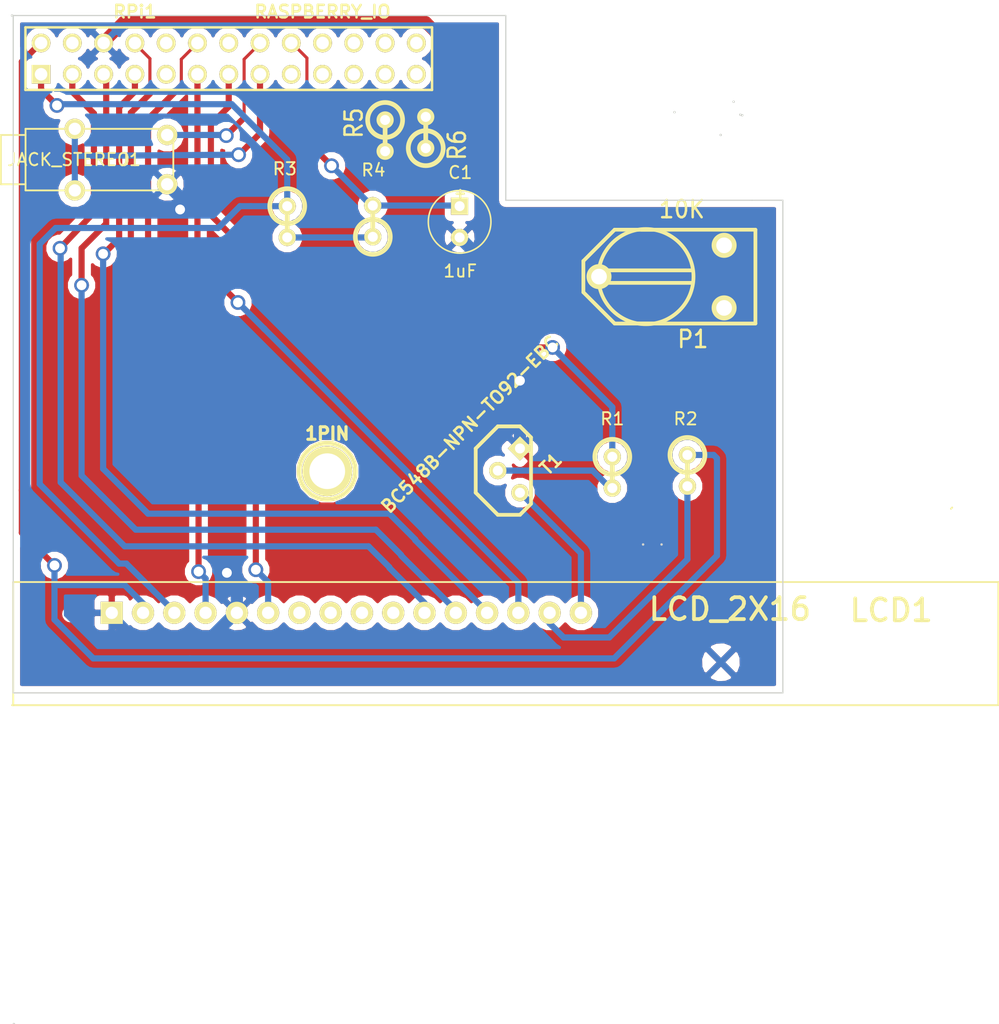
<source format=kicad_pcb>
(kicad_pcb (version 3) (host pcbnew "(2013-07-07 BZR 4022)-stable")

  (general
    (links 31)
    (no_connects 6)
    (area 17.449999 14.949999 80.050001 70.050001)
    (thickness 1.6)
    (drawings 17)
    (tracks 188)
    (zones 0)
    (modules 13)
    (nets 19)
  )

  (page A4)
  (layers
    (15 F.Cu signal)
    (0 B.Cu signal)
    (16 B.Adhes user hide)
    (17 F.Adhes user hide)
    (18 B.Paste user hide)
    (19 F.Paste user hide)
    (20 B.SilkS user hide)
    (21 F.SilkS user)
    (22 B.Mask user hide)
    (23 F.Mask user hide)
    (24 Dwgs.User user hide)
    (25 Cmts.User user hide)
    (26 Eco1.User user hide)
    (27 Eco2.User user hide)
    (28 Edge.Cuts user)
  )

  (setup
    (last_trace_width 0.25)
    (trace_clearance 0.25)
    (zone_clearance 0.508)
    (zone_45_only no)
    (trace_min 0.25)
    (segment_width 0.2)
    (edge_width 0.1)
    (via_size 1.2)
    (via_drill 0.8)
    (via_min_size 1.2)
    (via_min_drill 0.8)
    (uvia_size 1.2)
    (uvia_drill 0.8)
    (uvias_allowed no)
    (uvia_min_size 1.2)
    (uvia_min_drill 0.8)
    (pcb_text_width 0.3)
    (pcb_text_size 1.5 1.5)
    (mod_edge_width 0.15)
    (mod_text_size 1 1)
    (mod_text_width 0.15)
    (pad_size 1.8 1.8)
    (pad_drill 1)
    (pad_to_mask_clearance 0)
    (aux_axis_origin 0 0)
    (visible_elements 7FFFFFFF)
    (pcbplotparams
      (layerselection 268468225)
      (usegerberextensions true)
      (excludeedgelayer true)
      (linewidth 0.150000)
      (plotframeref false)
      (viasonmask false)
      (mode 1)
      (useauxorigin false)
      (hpglpennumber 1)
      (hpglpenspeed 20)
      (hpglpendiameter 15)
      (hpglpenoverlay 2)
      (psnegative false)
      (psa4output false)
      (plotreference true)
      (plotvalue true)
      (plotothertext true)
      (plotinvisibletext false)
      (padsonsilk false)
      (subtractmaskfromsilk false)
      (outputformat 1)
      (mirror false)
      (drillshape 0)
      (scaleselection 1)
      (outputdirectory ""))
  )

  (net 0 "")
  (net 1 +3.3V)
  (net 2 +5V)
  (net 3 /DB4)
  (net 4 /DB5)
  (net 5 /DB6)
  (net 6 /DB7)
  (net 7 /E)
  (net 8 "/GPIO BS1")
  (net 9 "/GPIO BS2")
  (net 10 "/GPIO LED")
  (net 11 "/GPIO PhR")
  (net 12 "/R LED")
  (net 13 "/R PhR")
  (net 14 /RS)
  (net 15 "/TB LED")
  (net 16 "/TC LED")
  (net 17 GND)
  (net 18 N-000007)

  (net_class Default "This is the default net class."
    (clearance 0.25)
    (trace_width 0.25)
    (via_dia 1.2)
    (via_drill 0.8)
    (uvia_dia 1.2)
    (uvia_drill 0.8)
    (add_net "")
    (add_net N-000007)
  )

  (net_class GND ""
    (clearance 0.25)
    (trace_width 1)
    (via_dia 1.2)
    (via_drill 0.8)
    (uvia_dia 1.2)
    (uvia_drill 0.8)
    (add_net GND)
  )

  (net_class POWER ""
    (clearance 0.25)
    (trace_width 0.5)
    (via_dia 1.2)
    (via_drill 0.8)
    (uvia_dia 1.2)
    (uvia_drill 0.8)
    (add_net +3.3V)
    (add_net +5V)
  )

  (net_class Thicker ""
    (clearance 0.25)
    (trace_width 0.5)
    (via_dia 1.2)
    (via_drill 0.8)
    (uvia_dia 1.2)
    (uvia_drill 0.8)
    (add_net /DB4)
    (add_net /DB5)
    (add_net /DB6)
    (add_net /DB7)
    (add_net /E)
    (add_net "/GPIO BS1")
    (add_net "/GPIO BS2")
    (add_net "/GPIO LED")
    (add_net "/GPIO PhR")
    (add_net "/R LED")
    (add_net "/R PhR")
    (add_net /RS)
    (add_net "/TB LED")
    (add_net "/TC LED")
  )

  (module 1pin (layer F.Cu) (tedit 51FA3F2C) (tstamp 51FA4D08)
    (at 43 52)
    (descr "module 1 pin (ou trou mecanique de percage)")
    (tags DEV)
    (path 1pin)
    (fp_text reference 1PIN (at 0 -3.048) (layer F.SilkS)
      (effects (font (size 1.016 1.016) (thickness 0.254)))
    )
    (fp_text value P*** (at 0 2.794) (layer F.SilkS) hide
      (effects (font (size 1.016 1.016) (thickness 0.254)))
    )
    (fp_circle (center 0 0) (end 0 -2.286) (layer F.SilkS) (width 0.381))
    (pad "" thru_hole circle (at 0 0) (size 4.064 4.064) (drill 2.9)
      (layers *.Cu *.Mask F.SilkS)
    )
  )

  (module pin_array_13x2   placed (layer F.Cu) (tedit 5031D825) (tstamp 51F7BD27)
    (at 35 18.5)
    (descr "2 x 13 pins connector")
    (tags CONN)
    (path /51F59113)
    (fp_text reference RPi1 (at -7.62 -3.81) (layer F.SilkS)
      (effects (font (size 1.016 1.016) (thickness 0.2032)))
    )
    (fp_text value RASPBERRY_IO (at 7.62 -3.81) (layer F.SilkS)
      (effects (font (size 1.016 1.016) (thickness 0.2032)))
    )
    (fp_line (start -16.51 2.54) (end 16.51 2.54) (layer F.SilkS) (width 0.2032))
    (fp_line (start 16.51 -2.54) (end -16.51 -2.54) (layer F.SilkS) (width 0.2032))
    (fp_line (start -16.51 -2.54) (end -16.51 2.54) (layer F.SilkS) (width 0.2032))
    (fp_line (start 16.51 2.54) (end 16.51 -2.54) (layer F.SilkS) (width 0.2032))
    (pad 1 thru_hole rect (at -15.24 1.27) (size 1.524 1.524) (drill 1.016)
      (layers *.Cu *.Mask F.SilkS)
      (net 1 +3.3V)
    )
    (pad 2 thru_hole circle (at -15.24 -1.27) (size 1.524 1.524) (drill 1.016)
      (layers *.Cu *.Mask F.SilkS)
      (net 2 +5V)
    )
    (pad 3 thru_hole circle (at -12.7 1.27) (size 1.524 1.524) (drill 1.016)
      (layers *.Cu *.Mask F.SilkS)
      (net 3 /DB4)
    )
    (pad 4 thru_hole circle (at -12.7 -1.27) (size 1.524 1.524) (drill 1.016)
      (layers *.Cu *.Mask F.SilkS)
    )
    (pad 5 thru_hole circle (at -10.16 1.27) (size 1.524 1.524) (drill 1.016)
      (layers *.Cu *.Mask F.SilkS)
      (net 4 /DB5)
    )
    (pad 6 thru_hole circle (at -10.16 -1.27) (size 1.524 1.524) (drill 1.016)
      (layers *.Cu *.Mask F.SilkS)
      (net 17 GND)
    )
    (pad 7 thru_hole circle (at -7.62 1.27) (size 1.524 1.524) (drill 1.016)
      (layers *.Cu *.Mask F.SilkS)
      (net 5 /DB6)
    )
    (pad 8 thru_hole circle (at -7.62 -1.27) (size 1.524 1.524) (drill 1.016)
      (layers *.Cu *.Mask F.SilkS)
      (net 14 /RS)
    )
    (pad 9 thru_hole circle (at -5.08 1.27) (size 1.524 1.524) (drill 1.016)
      (layers *.Cu *.Mask F.SilkS)
    )
    (pad 10 thru_hole circle (at -5.08 -1.27) (size 1.524 1.524) (drill 1.016)
      (layers *.Cu *.Mask F.SilkS)
    )
    (pad 11 thru_hole circle (at -2.54 1.27) (size 1.524 1.524) (drill 1.016)
      (layers *.Cu *.Mask F.SilkS)
      (net 6 /DB7)
    )
    (pad 12 thru_hole circle (at -2.54 -1.27) (size 1.524 1.524) (drill 1.016)
      (layers *.Cu *.Mask F.SilkS)
      (net 7 /E)
    )
    (pad 13 thru_hole circle (at 0 1.27) (size 1.524 1.524) (drill 1.016)
      (layers *.Cu *.Mask F.SilkS)
      (net 10 "/GPIO LED")
    )
    (pad 14 thru_hole circle (at 0 -1.27) (size 1.524 1.524) (drill 1.016)
      (layers *.Cu *.Mask F.SilkS)
    )
    (pad 15 thru_hole circle (at 2.54 1.27) (size 1.524 1.524) (drill 1.016)
      (layers *.Cu *.Mask F.SilkS)
      (net 8 "/GPIO BS1")
    )
    (pad 16 thru_hole circle (at 2.54 -1.27) (size 1.524 1.524) (drill 1.016)
      (layers *.Cu *.Mask F.SilkS)
      (net 9 "/GPIO BS2")
    )
    (pad 17 thru_hole circle (at 5.08 1.27) (size 1.524 1.524) (drill 1.016)
      (layers *.Cu *.Mask F.SilkS)
    )
    (pad 18 thru_hole circle (at 5.08 -1.27) (size 1.524 1.524) (drill 1.016)
      (layers *.Cu *.Mask F.SilkS)
      (net 11 "/GPIO PhR")
    )
    (pad 19 thru_hole circle (at 7.62 1.27) (size 1.524 1.524) (drill 1.016)
      (layers *.Cu *.Mask F.SilkS)
    )
    (pad 20 thru_hole circle (at 7.62 -1.27) (size 1.524 1.524) (drill 1.016)
      (layers *.Cu *.Mask F.SilkS)
    )
    (pad 21 thru_hole circle (at 10.16 1.27) (size 1.524 1.524) (drill 1.016)
      (layers *.Cu *.Mask F.SilkS)
    )
    (pad 22 thru_hole circle (at 10.16 -1.27) (size 1.524 1.524) (drill 1.016)
      (layers *.Cu *.Mask F.SilkS)
    )
    (pad 23 thru_hole circle (at 12.7 1.27) (size 1.524 1.524) (drill 1.016)
      (layers *.Cu *.Mask F.SilkS)
    )
    (pad 24 thru_hole circle (at 12.7 -1.27) (size 1.524 1.524) (drill 1.016)
      (layers *.Cu *.Mask F.SilkS)
    )
    (pad 25 thru_hole circle (at 15.24 1.27) (size 1.524 1.524) (drill 1.016)
      (layers *.Cu *.Mask F.SilkS)
    )
    (pad 26 thru_hole circle (at 15.24 -1.27) (size 1.524 1.524) (drill 1.016)
      (layers *.Cu *.Mask F.SilkS)
    )
    (model pin_array/pins_array_13x2.wrl
      (at (xyz 0 0 0))
      (scale (xyz 1 1 1))
      (rotate (xyz 0 0 0))
    )
  )

  (module TO92-EBC   placed (layer F.Cu) (tedit 51FE3F2C) (tstamp 51F7BCED)
    (at 58.65 51.95 45)
    (descr "Transistor TO92 brochage type BC237")
    (tags "TR TO92")
    (path /51F593C5)
    (fp_text reference T1 (at 2.159 1.397 45) (layer F.SilkS)
      (effects (font (size 1.016 1.016) (thickness 0.2032)))
    )
    (fp_text value BC548B-NPN-TO92-EBC (at -0.212132 -5.515433 45) (layer F.SilkS)
      (effects (font (size 1.016 1.016) (thickness 0.2032)))
    )
    (fp_line (start -1.27 2.54) (end 2.54 -1.27) (layer F.SilkS) (width 0.3048))
    (fp_line (start 2.54 -1.27) (end 2.54 -2.54) (layer F.SilkS) (width 0.3048))
    (fp_line (start 2.54 -2.54) (end 1.27 -3.81) (layer F.SilkS) (width 0.3048))
    (fp_line (start 1.27 -3.81) (end -1.27 -3.81) (layer F.SilkS) (width 0.3048))
    (fp_line (start -1.27 -3.81) (end -3.81 -1.27) (layer F.SilkS) (width 0.3048))
    (fp_line (start -3.81 -1.27) (end -3.81 1.27) (layer F.SilkS) (width 0.3048))
    (fp_line (start -3.81 1.27) (end -2.54 2.54) (layer F.SilkS) (width 0.3048))
    (fp_line (start -2.54 2.54) (end -1.27 2.54) (layer F.SilkS) (width 0.3048))
    (pad E thru_hole rect (at 1.27 -1.27 45) (size 1.397 1.397) (drill 0.8128)
      (layers *.Cu *.Mask F.SilkS)
      (net 17 GND)
    )
    (pad B thru_hole circle (at -1.27 -1.27 45) (size 1.397 1.397) (drill 0.8128)
      (layers *.Cu *.Mask F.SilkS)
      (net 15 "/TB LED")
    )
    (pad C thru_hole circle (at -1.27 1.27 45) (size 1.397 1.397) (drill 0.8128)
      (layers *.Cu *.Mask F.SilkS)
      (net 16 "/TC LED")
    )
    (model discret/to98.wrl
      (at (xyz 0 0 0))
      (scale (xyz 1 1 1))
      (rotate (xyz 0 0 0))
    )
  )

  (module R1   placed (layer F.Cu) (tedit 51FE3EED) (tstamp 51F7BCF9)
    (at 66.15 52.1 270)
    (descr "Resistance verticale")
    (tags R)
    (path /51F59655)
    (autoplace_cost90 10)
    (autoplace_cost180 10)
    (fp_text reference R1 (at -4.35 0 360) (layer F.SilkS)
      (effects (font (size 1 1) (thickness 0.15)))
    )
    (fp_text value 1K (at 3.9 0.1 360) (layer F.SilkS) hide
      (effects (font (size 1 1) (thickness 0.15)))
    )
    (fp_line (start -1.27 0) (end 1.27 0) (layer F.SilkS) (width 0.381))
    (fp_circle (center -1.27 0) (end -0.635 1.27) (layer F.SilkS) (width 0.381))
    (pad 1 thru_hole circle (at -1.27 0 270) (size 1.397 1.397) (drill 0.8128)
      (layers *.Cu *.Mask F.SilkS)
      (net 10 "/GPIO LED")
    )
    (pad 2 thru_hole circle (at 1.27 0 270) (size 1.397 1.397) (drill 0.8128)
      (layers *.Cu *.Mask F.SilkS)
      (net 15 "/TB LED")
    )
    (model discret/verti_resistor.wrl
      (at (xyz 0 0 0))
      (scale (xyz 1 1 1))
      (rotate (xyz 0 0 0))
    )
  )

  (module R1   placed (layer F.Cu) (tedit 51FE3EF9) (tstamp 51F7BD05)
    (at 72.25 51.95 270)
    (descr "Resistance verticale")
    (tags R)
    (path /51F6953A)
    (autoplace_cost90 10)
    (autoplace_cost180 10)
    (fp_text reference R2 (at -4.2 0.15 360) (layer F.SilkS)
      (effects (font (size 1 1) (thickness 0.15)))
    )
    (fp_text value 56R (at 4.05 0.05 360) (layer F.SilkS) hide
      (effects (font (size 1 1) (thickness 0.15)))
    )
    (fp_line (start -1.27 0) (end 1.27 0) (layer F.SilkS) (width 0.381))
    (fp_circle (center -1.27 0) (end -0.635 1.27) (layer F.SilkS) (width 0.381))
    (pad 1 thru_hole circle (at -1.27 0 270) (size 1.397 1.397) (drill 0.8128)
      (layers *.Cu *.Mask F.SilkS)
      (net 2 +5V)
    )
    (pad 2 thru_hole circle (at 1.27 0 270) (size 1.397 1.397) (drill 0.8128)
      (layers *.Cu *.Mask F.SilkS)
      (net 12 "/R LED")
    )
    (model discret/verti_resistor.wrl
      (at (xyz 0 0 0))
      (scale (xyz 1 1 1))
      (rotate (xyz 0 0 0))
    )
  )

  (module 3.5MM_STEREO_CONRAD   placed (layer F.Cu) (tedit 51F9312A) (tstamp 51F933EA)
    (at 30.5 24.2 180)
    (path /51F76B78)
    (fp_text reference J1 (at 3.5 -2.5 180) (layer F.SilkS)
      (effects (font (size 1 1) (thickness 0.15)))
    )
    (fp_text value JACK_STEREO (at 8.5 -2.5 180) (layer F.SilkS)
      (effects (font (size 1 1) (thickness 0.15)))
    )
    (fp_line (start 12 -0.5) (end 14 -0.5) (layer F.SilkS) (width 0.15))
    (fp_line (start 14 -0.5) (end 14 -4.5) (layer F.SilkS) (width 0.15))
    (fp_line (start 14 -4.5) (end 12 -4.5) (layer F.SilkS) (width 0.15))
    (fp_line (start 0 0) (end 12 0) (layer F.SilkS) (width 0.15))
    (fp_line (start 12 0) (end 12 -5) (layer F.SilkS) (width 0.15))
    (fp_line (start 12 -5) (end 0 -5) (layer F.SilkS) (width 0.15))
    (fp_line (start 0 -5) (end 0 0) (layer F.SilkS) (width 0.15))
    (pad R thru_hole circle (at 0.5 -0.5 180) (size 1.651 1.651) (drill 1)
      (layers *.Cu *.Mask F.SilkS)
      (net 9 "/GPIO BS2")
    )
    (pad S thru_hole circle (at 0.5 -4.5 180) (size 1.651 1.651) (drill 1)
      (layers *.Cu *.Mask F.SilkS)
      (net 17 GND)
    )
    (pad T thru_hole circle (at 8 0 180) (size 1.651 1.651) (drill 1)
      (layers *.Cu *.Mask F.SilkS)
      (net 8 "/GPIO BS1")
    )
    (pad T thru_hole circle (at 8 -5 180) (size 1.651 1.651) (drill 1)
      (layers *.Cu *.Mask F.SilkS)
      (net 8 "/GPIO BS1")
    )
  )

  (module R1 (layer F.Cu) (tedit 51FE3FA9) (tstamp 51FA45A7)
    (at 46.7 31.7 90)
    (descr "Resistance verticale")
    (tags R)
    (path /51FA3706)
    (autoplace_cost90 10)
    (autoplace_cost180 10)
    (fp_text reference R4 (at 4.15 0.05 180) (layer F.SilkS)
      (effects (font (size 1 1) (thickness 0.15)))
    )
    (fp_text value PHOTORESISTOR (at -4.5 -0.05 180) (layer F.SilkS) hide
      (effects (font (size 1 1) (thickness 0.15)))
    )
    (fp_line (start -1.27 0) (end 1.27 0) (layer F.SilkS) (width 0.381))
    (fp_circle (center -1.27 0) (end -0.635 1.27) (layer F.SilkS) (width 0.381))
    (pad 1 thru_hole circle (at -1.27 0 90) (size 1.397 1.397) (drill 0.8128)
      (layers *.Cu *.Mask F.SilkS)
      (net 13 "/R PhR")
    )
    (pad 2 thru_hole circle (at 1.27 0 90) (size 1.397 1.397) (drill 0.8128)
      (layers *.Cu *.Mask F.SilkS)
      (net 11 "/GPIO PhR")
    )
    (model discret/verti_resistor.wrl
      (at (xyz 0 0 0))
      (scale (xyz 1 1 1))
      (rotate (xyz 0 0 0))
    )
  )

  (module R1 (layer F.Cu) (tedit 51FE3ED7) (tstamp 51FA45AF)
    (at 39.75 31.75 270)
    (descr "Resistance verticale")
    (tags R)
    (path /51FA430B)
    (autoplace_cost90 10)
    (autoplace_cost180 10)
    (fp_text reference R3 (at -4.3 0.2 360) (layer F.SilkS)
      (effects (font (size 1 1) (thickness 0.15)))
    )
    (fp_text value 2K2 (at 4.1 0 360) (layer F.SilkS) hide
      (effects (font (size 1 1) (thickness 0.15)))
    )
    (fp_line (start -1.27 0) (end 1.27 0) (layer F.SilkS) (width 0.381))
    (fp_circle (center -1.27 0) (end -0.635 1.27) (layer F.SilkS) (width 0.381))
    (pad 1 thru_hole circle (at -1.27 0 270) (size 1.397 1.397) (drill 0.8128)
      (layers *.Cu *.Mask F.SilkS)
      (net 1 +3.3V)
    )
    (pad 2 thru_hole circle (at 1.27 0 270) (size 1.397 1.397) (drill 0.8128)
      (layers *.Cu *.Mask F.SilkS)
      (net 13 "/R PhR")
    )
    (model discret/verti_resistor.wrl
      (at (xyz 0 0 0))
      (scale (xyz 1 1 1))
      (rotate (xyz 0 0 0))
    )
  )

  (module C1V5 (layer F.Cu) (tedit 51FE3F59) (tstamp 51FA45B7)
    (at 53.75 31.75 270)
    (descr "Condensateur e = 1 pas")
    (tags C)
    (path /51FA43A4)
    (fp_text reference C1 (at -4 -0.05 360) (layer F.SilkS)
      (effects (font (size 1 1) (thickness 0.15)))
    )
    (fp_text value 1uF (at 4 -0.05 360) (layer F.SilkS)
      (effects (font (size 1 1) (thickness 0.15)))
    )
    (fp_text user + (at -2.286 0 270) (layer F.SilkS)
      (effects (font (size 0.762 0.762) (thickness 0.2032)))
    )
    (fp_circle (center 0 0) (end 0.127 -2.54) (layer F.SilkS) (width 0.127))
    (pad 1 thru_hole rect (at -1.27 0 270) (size 1.397 1.397) (drill 0.8128)
      (layers *.Cu *.Mask F.SilkS)
      (net 11 "/GPIO PhR")
    )
    (pad 2 thru_hole circle (at 1.27 0 270) (size 1.397 1.397) (drill 0.8128)
      (layers *.Cu *.Mask F.SilkS)
      (net 17 GND)
    )
    (model discret/c_vert_c1v5.wrl
      (at (xyz 0 0 0))
      (scale (xyz 1 1 1))
      (rotate (xyz 0 0 0))
    )
  )

  (module LCD_BLUELINE_SIDE_WITH_SPACE   placed (layer F.Cu) (tedit 51FC37A0) (tstamp 51FC3857)
    (at 17.6 61)
    (descr "Connecteur 14 pins")
    (tags "CONN DEV")
    (path /51F59038)
    (fp_text reference LCD1 (at 71.2 2.3) (layer F.SilkS)
      (effects (font (size 1.778 1.778) (thickness 0.3048)))
    )
    (fp_text value LCD_2X16 (at 58.1 2.2) (layer F.SilkS)
      (effects (font (size 1.778 1.778) (thickness 0.3048)))
    )
    (fp_line (start -0.1 0) (end -0.1 10) (layer F.SilkS) (width 0.15))
    (fp_line (start 79.9 0) (end 79.9 10) (layer F.SilkS) (width 0.15))
    (fp_line (start 76.15 -6.05) (end 76.05 -5.95) (layer F.SilkS) (width 0.15))
    (fp_line (start -0.1 0) (end 79.9 0) (layer F.SilkS) (width 0.15))
    (fp_line (start 79.8 10) (end -0.2 10) (layer F.SilkS) (width 0.15))
    (pad 1 thru_hole rect (at 7.9 2.5) (size 1.8 1.8) (drill 1)
      (layers *.Cu *.Mask F.SilkS)
      (net 17 GND)
    )
    (pad 2 thru_hole circle (at 10.44 2.5) (size 1.8 1.8) (drill 1)
      (layers *.Cu *.Mask F.SilkS)
      (net 2 +5V)
    )
    (pad 3 thru_hole circle (at 12.98 2.5) (size 1.8 1.8) (drill 1)
      (layers *.Cu *.Mask F.SilkS)
      (net 18 N-000007)
    )
    (pad 4 thru_hole circle (at 15.52 2.5) (size 1.8 1.8) (drill 1)
      (layers *.Cu *.Mask F.SilkS)
      (net 14 /RS)
    )
    (pad 5 thru_hole circle (at 18.06 2.5) (size 1.8 1.8) (drill 1)
      (layers *.Cu *.Mask F.SilkS)
      (net 17 GND)
    )
    (pad 6 thru_hole circle (at 20.6 2.5) (size 1.8 1.8) (drill 1)
      (layers *.Cu *.Mask F.SilkS)
      (net 7 /E)
    )
    (pad 7 thru_hole circle (at 23.14 2.5) (size 1.8 1.8) (drill 1)
      (layers *.Cu *.Mask F.SilkS)
    )
    (pad 8 thru_hole circle (at 25.68 2.5) (size 1.8 1.8) (drill 1)
      (layers *.Cu *.Mask F.SilkS)
    )
    (pad 9 thru_hole circle (at 28.22 2.5) (size 1.8 1.8) (drill 1)
      (layers *.Cu *.Mask F.SilkS)
    )
    (pad 10 thru_hole circle (at 30.76 2.5) (size 1.8 1.8) (drill 1)
      (layers *.Cu *.Mask F.SilkS)
    )
    (pad 11 thru_hole circle (at 33.3 2.5) (size 1.8 1.8) (drill 1)
      (layers *.Cu *.Mask F.SilkS)
      (net 3 /DB4)
    )
    (pad 12 thru_hole circle (at 35.84 2.5) (size 1.8 1.8) (drill 1)
      (layers *.Cu *.Mask F.SilkS)
      (net 4 /DB5)
    )
    (pad 13 thru_hole circle (at 38.38 2.5) (size 1.8 1.8) (drill 1)
      (layers *.Cu *.Mask F.SilkS)
      (net 5 /DB6)
    )
    (pad 14 thru_hole circle (at 40.92 2.5) (size 1.8 1.8) (drill 1)
      (layers *.Cu *.Mask F.SilkS)
      (net 6 /DB7)
    )
    (pad 15 thru_hole circle (at 43.46 2.5) (size 1.8 1.8) (drill 1)
      (layers *.Cu *.Mask F.SilkS)
      (net 12 "/R LED")
    )
    (pad 16 thru_hole circle (at 46 2.5) (size 1.8 1.8) (drill 1)
      (layers *.Cu *.Mask F.SilkS)
      (net 16 "/TC LED")
    )
  )

  (module RV2X4 (layer F.Cu) (tedit 200000) (tstamp 5203B165)
    (at 70.15 36.2 180)
    (descr "Resistance variable / Potentiometre")
    (tags R)
    (path /5203B067)
    (fp_text reference P1 (at -2.54 -5.08 180) (layer F.SilkS)
      (effects (font (size 1.397 1.27) (thickness 0.2032)))
    )
    (fp_text value 10K (at -1.651 5.461 180) (layer F.SilkS)
      (effects (font (size 1.397 1.27) (thickness 0.2032)))
    )
    (fp_line (start -7.62 -3.81) (end 3.81 -3.81) (layer F.SilkS) (width 0.3048))
    (fp_line (start 3.81 -3.81) (end 6.35 -1.27) (layer F.SilkS) (width 0.3048))
    (fp_line (start 6.35 -1.27) (end 6.35 1.27) (layer F.SilkS) (width 0.3048))
    (fp_line (start 6.35 1.27) (end 3.81 3.81) (layer F.SilkS) (width 0.3048))
    (fp_line (start 3.81 3.81) (end -7.62 3.81) (layer F.SilkS) (width 0.3048))
    (fp_line (start -7.62 3.81) (end -7.62 -3.81) (layer F.SilkS) (width 0.3048))
    (fp_line (start 0.762 -3.81) (end 1.905 -3.81) (layer F.SilkS) (width 0.3048))
    (fp_line (start 1.651 3.81) (end 0.762 3.81) (layer F.SilkS) (width 0.3048))
    (fp_line (start -2.54 -0.508) (end 4.953 -0.508) (layer F.SilkS) (width 0.3048))
    (fp_line (start -2.54 0.508) (end 4.953 0.508) (layer F.SilkS) (width 0.3048))
    (fp_circle (center 1.27 0) (end -2.54 -0.635) (layer F.SilkS) (width 0.3048))
    (pad 1 thru_hole circle (at -5.08 -2.54 180) (size 2.032 2.032) (drill 1.27)
      (layers *.Cu *.Mask F.SilkS)
      (net 17 GND)
    )
    (pad 2 thru_hole circle (at 5.08 0 180) (size 2.032 2.032) (drill 1.27)
      (layers *.Cu *.Mask F.SilkS)
      (net 18 N-000007)
    )
    (pad 3 thru_hole circle (at -5.08 2.54 180) (size 2.032 2.032) (drill 1.27)
      (layers *.Cu *.Mask F.SilkS)
      (net 2 +5V)
    )
    (model discret/adjustable_rx2v4.wrl
      (at (xyz 0 0 0))
      (scale (xyz 1 1 1))
      (rotate (xyz 0 0 0))
    )
  )

  (module R1 (layer F.Cu) (tedit 200000) (tstamp 5203B6BF)
    (at 47.7 24.75 270)
    (descr "Resistance verticale")
    (tags R)
    (path /5203B689)
    (autoplace_cost90 10)
    (autoplace_cost180 10)
    (fp_text reference R5 (at -1.016 2.54 270) (layer F.SilkS)
      (effects (font (size 1.397 1.27) (thickness 0.2032)))
    )
    (fp_text value 10K (at -1.143 2.54 270) (layer F.SilkS) hide
      (effects (font (size 1.397 1.27) (thickness 0.2032)))
    )
    (fp_line (start -1.27 0) (end 1.27 0) (layer F.SilkS) (width 0.381))
    (fp_circle (center -1.27 0) (end -0.635 1.27) (layer F.SilkS) (width 0.381))
    (pad 1 thru_hole circle (at -1.27 0 270) (size 1.397 1.397) (drill 0.8128)
      (layers *.Cu *.Mask F.SilkS)
      (net 8 "/GPIO BS1")
    )
    (pad 2 thru_hole circle (at 1.27 0 270) (size 1.397 1.397) (drill 0.8128)
      (layers *.Cu *.Mask F.SilkS)
      (net 1 +3.3V)
    )
    (model discret/verti_resistor.wrl
      (at (xyz 0 0 0))
      (scale (xyz 1 1 1))
      (rotate (xyz 0 0 0))
    )
  )

  (module R1 (layer F.Cu) (tedit 200000) (tstamp 5203B6C7)
    (at 51 24.5 90)
    (descr "Resistance verticale")
    (tags R)
    (path /5203B698)
    (autoplace_cost90 10)
    (autoplace_cost180 10)
    (fp_text reference R6 (at -1.016 2.54 90) (layer F.SilkS)
      (effects (font (size 1.397 1.27) (thickness 0.2032)))
    )
    (fp_text value 10K (at -1.143 2.54 90) (layer F.SilkS) hide
      (effects (font (size 1.397 1.27) (thickness 0.2032)))
    )
    (fp_line (start -1.27 0) (end 1.27 0) (layer F.SilkS) (width 0.381))
    (fp_circle (center -1.27 0) (end -0.635 1.27) (layer F.SilkS) (width 0.381))
    (pad 1 thru_hole circle (at -1.27 0 90) (size 1.397 1.397) (drill 0.8128)
      (layers *.Cu *.Mask F.SilkS)
      (net 1 +3.3V)
    )
    (pad 2 thru_hole circle (at 1.27 0 90) (size 1.397 1.397) (drill 0.8128)
      (layers *.Cu *.Mask F.SilkS)
      (net 9 "/GPIO BS2")
    )
    (model discret/verti_resistor.wrl
      (at (xyz 0 0 0))
      (scale (xyz 1 1 1))
      (rotate (xyz 0 0 0))
    )
  )

  (target plus (at 17.55 96.9) (size 0.005) (width 0.1) (layer Edge.Cuts))
  (target plus (at 17.55 96.9) (size 0.005) (width 0.1) (layer Edge.Cuts))
  (target plus (at 17.4 15) (size 0.005) (width 0.1) (layer Edge.Cuts))
  (target plus (at 76.7 23.1) (size 0.005) (width 0.1) (layer Edge.Cuts))
  (target plus (at 76.55 23.05) (size 0.005) (width 0.1) (layer Edge.Cuts))
  (target plus (at 74.95 24.7) (size 0.005) (width 0.1) (layer Edge.Cuts))
  (target plus (at 71.2 22.85) (size 0.005) (width 0.1) (layer Edge.Cuts))
  (target plus (at 76 22) (size 0.005) (width 0.1) (layer Edge.Cuts))
  (target plus (at 70.15 57.95) (size 0.005) (width 0.1) (layer Edge.Cuts))
  (target plus (at 68.65 57.95) (size 0.005) (width 0.1) (layer Edge.Cuts))
  (gr_line (start 80 30) (end 77.5 30) (angle 90) (layer Edge.Cuts) (width 0.1))
  (gr_line (start 80 70) (end 80 30) (angle 90) (layer Edge.Cuts) (width 0.1))
  (gr_line (start 17.5 70) (end 80 70) (angle 90) (layer Edge.Cuts) (width 0.1))
  (gr_line (start 17.5 15) (end 17.5 70) (angle 90) (layer Edge.Cuts) (width 0.1))
  (gr_line (start 57.5 30) (end 77.5 30) (angle 90) (layer Edge.Cuts) (width 0.1))
  (gr_line (start 57.5 15) (end 57.5 30) (angle 90) (layer Edge.Cuts) (width 0.1))
  (gr_line (start 17.5 15) (end 57.5 15) (angle 90) (layer Edge.Cuts) (width 0.1))

  (segment (start 22.15 63.65) (end 22.1 63.6) (width 0.25) (layer F.Cu) (net 0) (tstamp 51FBCB00))
  (segment (start 36.8 30.48) (end 35.92 30.48) (width 0.5) (layer B.Cu) (net 1))
  (segment (start 35.92 30.48) (end 34.15 32.25) (width 0.5) (layer B.Cu) (net 1) (tstamp 51FBD4C9))
  (segment (start 34.15 32.25) (end 20.95 32.25) (width 0.5) (layer B.Cu) (net 1) (tstamp 51FBD4CE))
  (segment (start 20.95 32.25) (end 19.65 33.55) (width 0.5) (layer B.Cu) (net 1) (tstamp 51FBD4D6))
  (segment (start 39.75 30.48) (end 36.8 30.48) (width 0.5) (layer B.Cu) (net 1))
  (segment (start 36.8 30.48) (end 36.87 30.48) (width 0.25) (layer B.Cu) (net 1) (tstamp 51FBD4C7))
  (segment (start 19.65 33.55) (end 19.65 53.05) (width 0.5) (layer B.Cu) (net 1) (tstamp 51FBD4DA))
  (segment (start 19.65 33.4) (end 19.65 33.55) (width 0.25) (layer B.Cu) (net 1) (tstamp 51FBD050))
  (segment (start 39.75 30.48) (end 39.75 26.7) (width 0.5) (layer B.Cu) (net 1))
  (segment (start 39.75 26.7) (end 35.25 22.2) (width 0.5) (layer B.Cu) (net 1) (tstamp 51FBCFD9))
  (segment (start 35.25 22.2) (end 21.15 22.2) (width 0.5) (layer B.Cu) (net 1) (tstamp 51FBCFDF))
  (segment (start 21.15 22.2) (end 21.05 22.3) (width 0.5) (layer B.Cu) (net 1) (tstamp 51FBCFE5))
  (via (at 21.05 22.3) (size 1.2) (layers F.Cu B.Cu) (net 1))
  (segment (start 21.05 22.3) (end 19.76 21.01) (width 0.5) (layer F.Cu) (net 1) (tstamp 51FBCFE8))
  (segment (start 19.76 21.01) (end 19.76 19.77) (width 0.5) (layer F.Cu) (net 1) (tstamp 51FBCFE9))
  (segment (start 19.65 53.05) (end 26.1 59.5) (width 0.5) (layer B.Cu) (net 1) (tstamp 51FBD057))
  (segment (start 26.1 59.5) (end 26.68 59.5) (width 0.5) (layer B.Cu) (net 1) (tstamp 51FBD064))
  (segment (start 28.04 63.4) (end 28.04 62.74) (width 0.5) (layer B.Cu) (net 2))
  (segment (start 28.04 62.74) (end 26.55 61.25) (width 0.5) (layer B.Cu) (net 2) (tstamp 51FBD392))
  (segment (start 26.55 61.25) (end 20.85 61.25) (width 0.5) (layer B.Cu) (net 2) (tstamp 51FBD39A))
  (segment (start 31.84 67.2) (end 24 67.2) (width 0.5) (layer B.Cu) (net 2))
  (segment (start 24 67.2) (end 20.85 64.05) (width 0.5) (layer B.Cu) (net 2) (tstamp 51FBD373))
  (segment (start 20.85 64.05) (end 20.85 61.25) (width 0.5) (layer B.Cu) (net 2) (tstamp 51FBD37B))
  (segment (start 72.25 50.68) (end 74.38 50.68) (width 0.5) (layer B.Cu) (net 2))
  (segment (start 66.3 67.2) (end 31.84 67.2) (width 0.5) (layer B.Cu) (net 2) (tstamp 51FBD0AB))
  (segment (start 74.65 58.85) (end 66.3 67.2) (width 0.5) (layer B.Cu) (net 2) (tstamp 51FBD0A7))
  (segment (start 74.65 50.95) (end 74.65 58.85) (width 0.5) (layer B.Cu) (net 2) (tstamp 51FBD0A4))
  (segment (start 74.38 50.68) (end 74.65 50.95) (width 0.5) (layer B.Cu) (net 2) (tstamp 51FBD09E))
  (segment (start 19.72 17.23) (end 18.2 18.75) (width 0.5) (layer F.Cu) (net 2) (tstamp 51FBD0EF))
  (segment (start 20.85 61.25) (end 20.85 59.65) (width 0.5) (layer B.Cu) (net 2) (tstamp 51FBD3A6))
  (via (at 20.85 59.65) (size 1.2) (layers F.Cu B.Cu) (net 2))
  (segment (start 20.85 59.65) (end 18.2 57) (width 0.5) (layer F.Cu) (net 2) (tstamp 51FBD384))
  (segment (start 18.2 57) (end 18.2 53.55) (width 0.5) (layer F.Cu) (net 2) (tstamp 51FBD385))
  (segment (start 19.72 17.23) (end 19.76 17.23) (width 0.5) (layer F.Cu) (net 2))
  (segment (start 18.2 18.75) (end 18.2 53.55) (width 0.5) (layer F.Cu) (net 2) (tstamp 51FBD0F5))
  (segment (start 48.05 59.85) (end 48.05 59.8) (width 0.25) (layer B.Cu) (net 3))
  (segment (start 48.05 59.8) (end 46.35 58.1) (width 0.5) (layer B.Cu) (net 3) (tstamp 51FBCE4B))
  (segment (start 46.35 58.1) (end 26.55 58.1) (width 0.5) (layer B.Cu) (net 3) (tstamp 51FBCE52))
  (segment (start 26.55 58.1) (end 21.35 52.9) (width 0.5) (layer B.Cu) (net 3) (tstamp 51FBCE58))
  (segment (start 21.3 33.9) (end 24.05 31) (width 0.5) (layer F.Cu) (net 3) (tstamp 51FBC7EE))
  (via (at 21.3 33.9) (size 1.2) (layers F.Cu B.Cu) (net 3))
  (segment (start 21.35 33.95) (end 21.3 33.9) (width 0.25) (layer B.Cu) (net 3) (tstamp 51FBC7EC))
  (segment (start 21.35 52.9) (end 21.35 33.95) (width 0.5) (layer B.Cu) (net 3) (tstamp 51FBC7DF))
  (segment (start 50.9 63.4) (end 50.9 62.7) (width 0.25) (layer B.Cu) (net 3))
  (segment (start 50.9 62.7) (end 48.05 59.85) (width 0.5) (layer B.Cu) (net 3) (tstamp 51FBC7C8))
  (segment (start 48.05 59.85) (end 48.1 59.9) (width 0.25) (layer B.Cu) (net 3) (tstamp 51FBCE49))
  (segment (start 22.3 19.77) (end 22.3 21.2) (width 0.5) (layer F.Cu) (net 3))
  (segment (start 24.05 22.95) (end 24.05 31) (width 0.5) (layer F.Cu) (net 3) (tstamp 51FBC6BE))
  (segment (start 22.3 21.2) (end 24.05 22.95) (width 0.5) (layer F.Cu) (net 3) (tstamp 51FBC6B9))
  (segment (start 24.05 31) (end 24.05 31.1) (width 0.25) (layer F.Cu) (net 3) (tstamp 51FBC7F1))
  (segment (start 23.05 36.9) (end 23.05 33.9) (width 0.5) (layer F.Cu) (net 4))
  (segment (start 49 58.8) (end 46.95 56.75) (width 0.5) (layer B.Cu) (net 4) (tstamp 51FBCE36))
  (segment (start 46.95 56.75) (end 27.45 56.75) (width 0.5) (layer B.Cu) (net 4) (tstamp 51FBCE38))
  (segment (start 27.45 56.75) (end 23.05 52.35) (width 0.5) (layer B.Cu) (net 4) (tstamp 51FBCE3D))
  (via (at 23.05 36.9) (size 1.2) (layers F.Cu B.Cu) (net 4))
  (segment (start 23.05 52.35) (end 23.05 36.9) (width 0.5) (layer B.Cu) (net 4) (tstamp 51FBCDB3))
  (segment (start 49 58.85) (end 49 58.8) (width 0.25) (layer B.Cu) (net 4))
  (segment (start 25.05 19.98) (end 24.84 19.77) (width 0.5) (layer F.Cu) (net 4) (tstamp 51FC4069))
  (segment (start 25.05 31.9) (end 25.05 19.98) (width 0.5) (layer F.Cu) (net 4) (tstamp 51FC4061))
  (segment (start 23.05 33.9) (end 25.05 31.9) (width 0.5) (layer F.Cu) (net 4) (tstamp 51FC405B))
  (segment (start 53.44 63.4) (end 53.44 63.29) (width 0.25) (layer B.Cu) (net 4))
  (segment (start 53.44 63.29) (end 49 58.85) (width 0.5) (layer B.Cu) (net 4) (tstamp 51FBC7FC))
  (segment (start 49 58.85) (end 48.95 58.8) (width 0.25) (layer B.Cu) (net 4) (tstamp 51FBCE34))
  (segment (start 24.8 34.35) (end 24.85 34.35) (width 0.5) (layer F.Cu) (net 5))
  (segment (start 27.38 21.17) (end 27.38 19.77) (width 0.5) (layer F.Cu) (net 5))
  (segment (start 26.1 22.45) (end 27.38 21.17) (width 0.5) (layer F.Cu) (net 5) (tstamp 51FC403D))
  (segment (start 26.1 33.1) (end 26.1 22.45) (width 0.5) (layer F.Cu) (net 5) (tstamp 51FC4032))
  (segment (start 24.85 34.35) (end 26.1 33.1) (width 0.5) (layer F.Cu) (net 5) (tstamp 51FC4024))
  (segment (start 50.15 57.6) (end 50.15 57.55) (width 0.5) (layer B.Cu) (net 5))
  (segment (start 50.15 57.55) (end 48.05 55.45) (width 0.5) (layer B.Cu) (net 5) (tstamp 51FBCE12))
  (segment (start 48.05 55.45) (end 28.45 55.45) (width 0.5) (layer B.Cu) (net 5) (tstamp 51FBCE18))
  (segment (start 28.45 55.45) (end 24.8 51.8) (width 0.5) (layer B.Cu) (net 5) (tstamp 51FBCE22))
  (segment (start 24.8 51.8) (end 24.8 34.35) (width 0.5) (layer B.Cu) (net 5) (tstamp 51FBC849))
  (via (at 24.8 34.35) (size 1.2) (layers F.Cu B.Cu) (net 5))
  (segment (start 24.8 34.35) (end 24.7 34.25) (width 0.25) (layer F.Cu) (net 5) (tstamp 51FBC853))
  (segment (start 55.95 63.4) (end 50.15 57.6) (width 0.5) (layer B.Cu) (net 5) (tstamp 51FBC834))
  (segment (start 50.15 57.6) (end 50.1 57.55) (width 0.25) (layer B.Cu) (net 5) (tstamp 51FBCE10))
  (segment (start 55.98 63.4) (end 55.95 63.4) (width 0.25) (layer B.Cu) (net 5))
  (segment (start 32.46 19.77) (end 32.46 35.01) (width 0.5) (layer F.Cu) (net 6))
  (segment (start 58.52 61.07) (end 37.85 40.4) (width 0.5) (layer B.Cu) (net 6) (tstamp 51FBCBA3))
  (segment (start 58.52 61.07) (end 58.52 63.4) (width 0.5) (layer B.Cu) (net 6))
  (segment (start 37.925 40.475) (end 37.85 40.4) (width 0.5) (layer B.Cu) (net 6) (tstamp 51FC3EA0))
  (segment (start 35.75 38.3) (end 37.925 40.475) (width 0.5) (layer B.Cu) (net 6) (tstamp 51FC3E9F))
  (via (at 35.75 38.3) (size 1.2) (layers F.Cu B.Cu) (net 6))
  (segment (start 32.46 35.01) (end 35.75 38.3) (width 0.5) (layer F.Cu) (net 6) (tstamp 51FC3E92))
  (segment (start 32.46 19.99) (end 32.46 19.77) (width 0.5) (layer F.Cu) (net 6))
  (segment (start 37.2 60) (end 37.2 45.8) (width 0.5) (layer F.Cu) (net 7))
  (segment (start 32.46 17.24) (end 31.15 18.55) (width 0.25) (layer F.Cu) (net 7) (tstamp 51FBC6F3))
  (segment (start 31.15 18.55) (end 31.15 20.7) (width 0.25) (layer F.Cu) (net 7) (tstamp 51FBC6FA))
  (segment (start 32.46 17.24) (end 32.46 17.23) (width 0.25) (layer F.Cu) (net 7))
  (segment (start 31.15 20.7) (end 28.45 23.4) (width 0.5) (layer F.Cu) (net 7) (tstamp 51FBC700))
  (segment (start 28.45 37.05) (end 28.45 23.4) (width 0.5) (layer F.Cu) (net 7) (tstamp 51FC3F1D))
  (segment (start 37.2 45.8) (end 28.45 37.05) (width 0.5) (layer F.Cu) (net 7) (tstamp 51FC3F0D))
  (segment (start 38.2 63.4) (end 38.2 61) (width 0.5) (layer B.Cu) (net 7))
  (via (at 37.2 60) (size 1.2) (layers F.Cu B.Cu) (net 7))
  (segment (start 38.2 61) (end 37.2 60) (width 0.5) (layer B.Cu) (net 7) (tstamp 51FBCF31))
  (segment (start 37.2 60) (end 37.15 59.95) (width 0.25) (layer F.Cu) (net 7) (tstamp 51FBCF3C))
  (segment (start 22.5 24.2) (end 22.5 26.4) (width 0.5) (layer B.Cu) (net 8))
  (segment (start 22.5 29.2) (end 22.5 26.4) (width 0.5) (layer B.Cu) (net 8))
  (segment (start 35.8 26.3) (end 22.5 26.4) (width 0.5) (layer B.Cu) (net 8) (tstamp 51FBC473))
  (via (at 35.8 26.3) (size 1.2) (layers F.Cu B.Cu) (net 8))
  (segment (start 35.85 26.3) (end 35.8 26.3) (width 0.25) (layer F.Cu) (net 8) (tstamp 51FBC471))
  (segment (start 37.54 24.56) (end 35.85 26.3) (width 0.5) (layer F.Cu) (net 8) (tstamp 51FBC470))
  (segment (start 37.54 24.56) (end 37.54 19.77) (width 0.5) (layer F.Cu) (net 8))
  (segment (start 37.54 17.23) (end 37.54 17.26) (width 0.25) (layer F.Cu) (net 9))
  (segment (start 34.75 24.7) (end 30 24.7) (width 0.5) (layer B.Cu) (net 9) (tstamp 51FBC46A))
  (segment (start 34.8 24.75) (end 34.75 24.7) (width 0.25) (layer B.Cu) (net 9) (tstamp 51FBC469))
  (via (at 34.8 24.75) (size 1.2) (layers F.Cu B.Cu) (net 9))
  (segment (start 36.25 23.3) (end 34.8 24.75) (width 0.5) (layer F.Cu) (net 9) (tstamp 51FBC465))
  (segment (start 36.25 18.55) (end 36.25 23.3) (width 0.25) (layer F.Cu) (net 9) (tstamp 51FBC463))
  (segment (start 37.54 17.26) (end 36.25 18.55) (width 0.25) (layer F.Cu) (net 9) (tstamp 51FBC462))
  (segment (start 35 21.2) (end 35 22.4) (width 0.5) (layer F.Cu) (net 10))
  (via (at 61.3 41.95) (size 1.2) (layers F.Cu B.Cu) (net 10))
  (segment (start 61.3 41.95) (end 66.15 46.8) (width 0.5) (layer B.Cu) (net 10) (tstamp 51FBD1E3))
  (segment (start 66.15 50.83) (end 66.15 46.8) (width 0.5) (layer B.Cu) (net 10) (tstamp 51FBD1E4))
  (segment (start 35 21.2) (end 35 19.77) (width 0.5) (layer F.Cu) (net 10))
  (segment (start 44.3 41.95) (end 61.3 41.95) (width 0.5) (layer F.Cu) (net 10) (tstamp 51FC3E2D))
  (segment (start 33.55 31.2) (end 44.3 41.95) (width 0.5) (layer F.Cu) (net 10) (tstamp 51FC3E23))
  (segment (start 33.55 23.85) (end 33.55 31.2) (width 0.5) (layer F.Cu) (net 10) (tstamp 51FC3E14))
  (segment (start 35 22.4) (end 33.55 23.85) (width 0.5) (layer F.Cu) (net 10) (tstamp 51FC3E0C))
  (segment (start 40.08 17.23) (end 40.13 17.23) (width 0.25) (layer F.Cu) (net 11))
  (segment (start 46.58 30.43) (end 46.7 30.43) (width 0.25) (layer B.Cu) (net 11) (tstamp 51FBC525))
  (segment (start 43.35 27.2) (end 46.58 30.43) (width 0.5) (layer B.Cu) (net 11) (tstamp 51FBC524))
  (via (at 43.35 27.2) (size 1.2) (layers F.Cu B.Cu) (net 11))
  (segment (start 41.35 25.2) (end 43.35 27.2) (width 0.5) (layer F.Cu) (net 11) (tstamp 51FBC513))
  (segment (start 41.35 18.45) (end 41.35 25.2) (width 0.25) (layer F.Cu) (net 11) (tstamp 51FBC50B))
  (segment (start 40.13 17.23) (end 41.35 18.45) (width 0.25) (layer F.Cu) (net 11) (tstamp 51FBC503))
  (segment (start 46.7 30.43) (end 53.7 30.43) (width 0.5) (layer B.Cu) (net 11))
  (segment (start 53.7 30.43) (end 53.75 30.48) (width 0.5) (layer B.Cu) (net 11) (tstamp 51FBC4E3))
  (segment (start 61.06 63.4) (end 61.06 64.36) (width 0.5) (layer B.Cu) (net 12))
  (segment (start 61.06 64.36) (end 62.2 65.5) (width 0.5) (layer B.Cu) (net 12) (tstamp 51FBC5D9))
  (segment (start 62.2 65.5) (end 65.9 65.5) (width 0.5) (layer B.Cu) (net 12) (tstamp 51FBC5DA))
  (segment (start 65.9 65.5) (end 72.25 59.15) (width 0.5) (layer B.Cu) (net 12) (tstamp 51FBC5DF))
  (segment (start 72.25 59.15) (end 72.25 53.22) (width 0.5) (layer B.Cu) (net 12) (tstamp 51FBC5E7))
  (segment (start 39.75 33.02) (end 46.65 33.02) (width 0.5) (layer B.Cu) (net 13))
  (segment (start 46.65 33.02) (end 46.7 32.97) (width 0.25) (layer B.Cu) (net 13) (tstamp 51FBC4E0))
  (segment (start 27.05 23.15) (end 27.05 22.9) (width 0.5) (layer F.Cu) (net 14))
  (segment (start 27.38 17.23) (end 27.38 17.28) (width 0.25) (layer F.Cu) (net 14))
  (segment (start 28.6 18.5) (end 28.6 21.35) (width 0.25) (layer F.Cu) (net 14) (tstamp 51FBC6E2))
  (segment (start 27.38 17.28) (end 28.6 18.5) (width 0.25) (layer F.Cu) (net 14) (tstamp 51FBC6DD))
  (segment (start 32.55 43.2) (end 27.05 37.7) (width 0.5) (layer F.Cu) (net 14) (tstamp 51FC3F5D))
  (segment (start 27.05 37.7) (end 27.05 23.15) (width 0.5) (layer F.Cu) (net 14) (tstamp 51FC3F67))
  (segment (start 33.12 63.4) (end 33.12 60.72) (width 0.5) (layer B.Cu) (net 14))
  (via (at 32.55 60.15) (size 1.2) (layers F.Cu B.Cu) (net 14))
  (segment (start 33.12 60.72) (end 32.55 60.15) (width 0.5) (layer B.Cu) (net 14) (tstamp 51FBCF4F))
  (segment (start 33.12 63.4) (end 33.12 63.27) (width 0.25) (layer B.Cu) (net 14))
  (segment (start 32.55 60.15) (end 32.55 43.2) (width 0.5) (layer F.Cu) (net 14))
  (segment (start 27.05 22.9) (end 28.6 21.35) (width 0.5) (layer F.Cu) (net 14) (tstamp 51FC3FEA))
  (segment (start 66.15 53.37) (end 65.97 53.37) (width 0.25) (layer B.Cu) (net 15))
  (segment (start 64.55 51.95) (end 56.853949 51.95) (width 0.5) (layer B.Cu) (net 15) (tstamp 51FBC5AC))
  (segment (start 65.97 53.37) (end 64.55 51.95) (width 0.5) (layer B.Cu) (net 15) (tstamp 51FBC59E))
  (segment (start 58.65 53.746051) (end 58.696051 53.746051) (width 0.25) (layer B.Cu) (net 16))
  (segment (start 63.6 58.65) (end 63.6 63.4) (width 0.5) (layer B.Cu) (net 16) (tstamp 51FBC5D4))
  (segment (start 58.696051 53.746051) (end 63.6 58.65) (width 0.5) (layer B.Cu) (net 16) (tstamp 51FBC5CB))
  (segment (start 24.84 17.23) (end 24.84 17.16) (width 1) (layer F.Cu) (net 17))
  (segment (start 24.84 17.16) (end 26.45 15.55) (width 1) (layer F.Cu) (net 17) (tstamp 51FBD51A))
  (segment (start 26.45 15.55) (end 51 15.55) (width 1) (layer F.Cu) (net 17) (tstamp 51FBD51F))
  (segment (start 51 15.55) (end 56.2 20.75) (width 1) (layer F.Cu) (net 17) (tstamp 51FBD528))
  (segment (start 56.2 20.75) (end 56.2 32.3) (width 1) (layer F.Cu) (net 17) (tstamp 51FBD52E))
  (segment (start 56.2 32.3) (end 65.65 41.75) (width 1) (layer F.Cu) (net 17) (tstamp 51FBD530))
  (segment (start 65.65 41.75) (end 65.65 42.6) (width 1) (layer F.Cu) (net 17) (tstamp 51FBD531))
  (segment (start 65.65 42.6) (end 63.6 44.65) (width 1) (layer F.Cu) (net 17) (tstamp 51FBD538))
  (segment (start 63.6 44.65) (end 58.65 44.65) (width 1) (layer F.Cu) (net 17) (tstamp 51FBD542))
  (segment (start 31.05 30.75) (end 31.05 29.75) (width 1) (layer B.Cu) (net 17))
  (segment (start 31.05 29.75) (end 30 28.7) (width 1) (layer B.Cu) (net 17) (tstamp 51FBD4F2))
  (segment (start 58.65 44.65) (end 57.35 43.35) (width 1) (layer F.Cu) (net 17) (tstamp 51FBD49C))
  (segment (start 37.6 43.35) (end 57.35 43.35) (width 1) (layer F.Cu) (net 17) (tstamp 51FBD496))
  (segment (start 31.2 36.95) (end 37.6 43.35) (width 1) (layer F.Cu) (net 17) (tstamp 51FBD490))
  (segment (start 31.2 30.9) (end 31.2 36.95) (width 1) (layer F.Cu) (net 17) (tstamp 51FBD48A))
  (segment (start 31.05 30.75) (end 31.2 30.9) (width 1) (layer F.Cu) (net 17) (tstamp 51FBD489))
  (via (at 31.05 30.75) (size 1.2) (layers F.Cu B.Cu) (net 17))
  (segment (start 30 28.7) (end 30 28.85) (width 0.25) (layer B.Cu) (net 17))
  (segment (start 35.66 63.4) (end 35.66 61.06) (width 1) (layer B.Cu) (net 17))
  (segment (start 35.66 61.06) (end 34.85 60.25) (width 1) (layer B.Cu) (net 17) (tstamp 51FBD43A))
  (via (at 34.85 60.25) (size 1.2) (layers F.Cu B.Cu) (net 17))
  (segment (start 34.85 60.25) (end 36.1 61.5) (width 1) (layer F.Cu) (net 17) (tstamp 51FBD446))
  (segment (start 36.1 61.5) (end 41.8 61.5) (width 1) (layer F.Cu) (net 17) (tstamp 51FBD447))
  (segment (start 41.8 61.5) (end 58.65 44.65) (width 1) (layer F.Cu) (net 17) (tstamp 51FBD44F))
  (via (at 58.65 44.65) (size 1.2) (layers F.Cu B.Cu) (net 17))
  (segment (start 25.5 63.85) (end 27.5 65.85) (width 1) (layer B.Cu) (net 17) (tstamp 51FBD266))
  (segment (start 27.5 65.85) (end 33.21 65.85) (width 1) (layer B.Cu) (net 17) (tstamp 51FBD26B))
  (segment (start 33.21 65.85) (end 35.66 63.4) (width 1) (layer B.Cu) (net 17) (tstamp 51FBD271))
  (segment (start 58.65 50.153949) (end 58.65 44.65) (width 1) (layer B.Cu) (net 17))
  (segment (start 58.65 44.65) (end 58.65 37.92) (width 1) (layer B.Cu) (net 17) (tstamp 51FBD419))
  (segment (start 58.65 37.92) (end 53.75 33.02) (width 1) (layer B.Cu) (net 17) (tstamp 51FBD1EE))
  (segment (start 35.66 63.4) (end 35.65 63.4) (width 0.25) (layer B.Cu) (net 17))
  (segment (start 26.68 59.5) (end 30.58 63.4) (width 0.5) (layer B.Cu) (net 18) (tstamp 51FBD069))

  (zone (net 17) (net_name GND) (layer F.Cu) (tstamp 51FBD56D) (hatch edge 0.508)
    (connect_pads (clearance 0.508))
    (min_thickness 0.254)
    (fill (arc_segments 16) (thermal_gap 0.508) (thermal_bridge_width 0.508))
    (polygon
      (pts
        (xy 17.45 15.1) (xy 57.45 15) (xy 57.45 29.95) (xy 80.25 30.25) (xy 80.25 70.15)
        (xy 17.45 70.1)
      )
    )
    (filled_polygon
      (pts
        (xy 79.315 69.315) (xy 76.631817 69.315) (xy 76.631817 67.783359) (xy 76.608015 67.126982) (xy 76.402623 66.631121)
        (xy 76.134108 66.530499) (xy 75.954503 66.710104) (xy 75.954503 66.350894) (xy 75.853881 66.082379) (xy 75.238359 65.853185)
        (xy 74.581982 65.876987) (xy 74.086121 66.082379) (xy 73.985499 66.350894) (xy 74.970001 67.335396) (xy 75.954503 66.350894)
        (xy 75.954503 66.710104) (xy 75.149606 67.515001) (xy 76.134108 68.499503) (xy 76.402623 68.398881) (xy 76.631817 67.783359)
        (xy 76.631817 69.315) (xy 75.954503 69.315) (xy 75.954503 68.679108) (xy 74.970001 67.694606) (xy 74.790396 67.874211)
        (xy 74.790396 67.515001) (xy 73.805894 66.530499) (xy 73.58373 66.613751) (xy 73.58373 52.955914) (xy 73.381145 52.46562)
        (xy 73.006353 52.090174) (xy 72.668551 51.949906) (xy 73.00438 51.811145) (xy 73.379826 51.436353) (xy 73.583267 50.946413)
        (xy 73.58373 50.415914) (xy 73.381145 49.92562) (xy 73.006353 49.550174) (xy 72.516413 49.346733) (xy 71.985914 49.34627)
        (xy 71.49562 49.548855) (xy 71.120174 49.923647) (xy 70.916733 50.413587) (xy 70.91627 50.944086) (xy 71.118855 51.43438)
        (xy 71.493647 51.809826) (xy 71.831448 51.950093) (xy 71.49562 52.088855) (xy 71.120174 52.463647) (xy 70.916733 52.953587)
        (xy 70.91627 53.484086) (xy 71.118855 53.97438) (xy 71.493647 54.349826) (xy 71.983587 54.553267) (xy 72.514086 54.55373)
        (xy 73.00438 54.351145) (xy 73.379826 53.976353) (xy 73.583267 53.486413) (xy 73.58373 52.955914) (xy 73.58373 66.613751)
        (xy 73.537379 66.631121) (xy 73.308185 67.246643) (xy 73.331987 67.90302) (xy 73.537379 68.398881) (xy 73.805894 68.499503)
        (xy 74.790396 67.515001) (xy 74.790396 67.874211) (xy 73.985499 68.679108) (xy 74.086121 68.947623) (xy 74.701643 69.176817)
        (xy 75.35802 69.153015) (xy 75.853881 68.947623) (xy 75.954503 68.679108) (xy 75.954503 69.315) (xy 67.48373 69.315)
        (xy 67.48373 53.105914) (xy 67.281145 52.61562) (xy 66.906353 52.240174) (xy 66.568551 52.099906) (xy 66.90438 51.961145)
        (xy 67.279826 51.586353) (xy 67.483267 51.096413) (xy 67.48373 50.565914) (xy 67.281145 50.07562) (xy 66.906353 49.700174)
        (xy 66.416413 49.496733) (xy 65.885914 49.49627) (xy 65.39562 49.698855) (xy 65.020174 50.073647) (xy 64.816733 50.563587)
        (xy 64.81627 51.094086) (xy 65.018855 51.58438) (xy 65.393647 51.959826) (xy 65.731448 52.100093) (xy 65.39562 52.238855)
        (xy 65.020174 52.613647) (xy 64.816733 53.103587) (xy 64.81627 53.634086) (xy 65.018855 54.12438) (xy 65.393647 54.499826)
        (xy 65.883587 54.703267) (xy 66.414086 54.70373) (xy 66.90438 54.501145) (xy 67.279826 54.126353) (xy 67.483267 53.636413)
        (xy 67.48373 53.105914) (xy 67.48373 69.315) (xy 65.135265 69.315) (xy 65.135265 63.196009) (xy 64.902068 62.631629)
        (xy 64.470643 62.199449) (xy 63.90667 61.965267) (xy 63.296009 61.964735) (xy 62.731629 62.197932) (xy 62.329677 62.599181)
        (xy 61.930643 62.199449) (xy 61.36667 61.965267) (xy 60.756009 61.964735) (xy 60.272938 62.164335) (xy 60.272938 50.028194)
        (xy 60.176469 49.794721) (xy 59.997997 49.615936) (xy 59.794983 49.413078) (xy 59.570476 49.413078) (xy 59.390871 49.592683)
        (xy 59.390871 49.233473) (xy 59.390871 49.008966) (xy 59.188013 48.805952) (xy 59.009228 48.62748) (xy 58.775755 48.531011)
        (xy 58.523137 48.531231) (xy 58.289832 48.628108) (xy 57.909129 49.008966) (xy 57.909129 49.233473) (xy 58.65 49.974344)
        (xy 59.390871 49.233473) (xy 59.390871 49.592683) (xy 58.829605 50.153949) (xy 59.570476 50.89482) (xy 59.794983 50.89482)
        (xy 60.175841 50.514117) (xy 60.272718 50.280812) (xy 60.272938 50.028194) (xy 60.272938 62.164335) (xy 60.191629 62.197932)
        (xy 59.98373 62.405467) (xy 59.98373 53.481965) (xy 59.781145 52.991671) (xy 59.406353 52.616225) (xy 58.916413 52.412784)
        (xy 58.385914 52.412321) (xy 58.047868 52.551998) (xy 58.187216 52.216413) (xy 58.187679 51.685914) (xy 58.111438 51.501396)
        (xy 58.111987 51.501946) (xy 58.290772 51.680418) (xy 58.524245 51.776887) (xy 58.776863 51.776667) (xy 59.010168 51.67979)
        (xy 59.390871 51.298932) (xy 59.390871 51.074425) (xy 58.65 50.333554) (xy 58.635857 50.347696) (xy 58.456252 50.168091)
        (xy 58.470395 50.153949) (xy 57.729524 49.413078) (xy 57.505017 49.413078) (xy 57.124159 49.793781) (xy 57.027282 50.027086)
        (xy 57.027062 50.279704) (xy 57.123531 50.513177) (xy 57.302003 50.691962) (xy 57.302336 50.692295) (xy 57.120362 50.616733)
        (xy 56.589863 50.61627) (xy 56.099569 50.818855) (xy 55.724123 51.193647) (xy 55.520682 51.683587) (xy 55.520219 52.214086)
        (xy 55.722804 52.70438) (xy 56.097596 53.079826) (xy 56.587536 53.283267) (xy 57.118035 53.28373) (xy 57.45608 53.144052)
        (xy 57.316733 53.479638) (xy 57.31627 54.010137) (xy 57.518855 54.500431) (xy 57.893647 54.875877) (xy 58.383587 55.079318)
        (xy 58.914086 55.079781) (xy 59.40438 54.877196) (xy 59.779826 54.502404) (xy 59.983267 54.012464) (xy 59.98373 53.481965)
        (xy 59.98373 62.405467) (xy 59.789677 62.599181) (xy 59.390643 62.199449) (xy 58.82667 61.965267) (xy 58.216009 61.964735)
        (xy 57.651629 62.197932) (xy 57.249677 62.599181) (xy 56.850643 62.199449) (xy 56.28667 61.965267) (xy 55.676009 61.964735)
        (xy 55.111629 62.197932) (xy 54.709677 62.599181) (xy 54.310643 62.199449) (xy 53.74667 61.965267) (xy 53.136009 61.964735)
        (xy 52.571629 62.197932) (xy 52.169677 62.599181) (xy 51.770643 62.199449) (xy 51.20667 61.965267) (xy 50.596009 61.964735)
        (xy 50.031629 62.197932) (xy 49.629677 62.599181) (xy 49.230643 62.199449) (xy 48.66667 61.965267) (xy 48.056009 61.964735)
        (xy 47.491629 62.197932) (xy 47.089677 62.599181) (xy 46.690643 62.199449) (xy 46.12667 61.965267) (xy 45.667461 61.964866)
        (xy 45.667461 51.471828) (xy 45.26229 50.49124) (xy 44.512706 49.740346) (xy 43.532826 49.333465) (xy 42.471828 49.332539)
        (xy 41.49124 49.73771) (xy 40.740346 50.487294) (xy 40.333465 51.467174) (xy 40.332539 52.528172) (xy 40.73771 53.50876)
        (xy 41.487294 54.259654) (xy 42.467174 54.666535) (xy 43.528172 54.667461) (xy 44.50876 54.26229) (xy 45.259654 53.512706)
        (xy 45.666535 52.532826) (xy 45.667461 51.471828) (xy 45.667461 61.964866) (xy 45.516009 61.964735) (xy 44.951629 62.197932)
        (xy 44.549677 62.599181) (xy 44.150643 62.199449) (xy 43.58667 61.965267) (xy 42.976009 61.964735) (xy 42.411629 62.197932)
        (xy 42.009677 62.599181) (xy 41.610643 62.199449) (xy 41.04667 61.965267) (xy 40.436009 61.964735) (xy 39.871629 62.197932)
        (xy 39.469677 62.599181) (xy 39.070643 62.199449) (xy 38.50667 61.965267) (xy 37.896009 61.964735) (xy 37.331629 62.197932)
        (xy 36.899449 62.629357) (xy 36.890796 62.650194) (xy 36.740159 62.599446) (xy 36.560554 62.779051) (xy 36.560554 62.419841)
        (xy 36.474147 62.163357) (xy 35.900663 61.953543) (xy 35.29054 61.979162) (xy 34.845853 62.163357) (xy 34.759446 62.419841)
        (xy 35.66 63.320395) (xy 36.560554 62.419841) (xy 36.560554 62.779051) (xy 35.839605 63.5) (xy 36.740159 64.400554)
        (xy 36.890326 64.349964) (xy 36.897932 64.368371) (xy 37.329357 64.800551) (xy 37.89333 65.034733) (xy 38.503991 65.035265)
        (xy 39.068371 64.802068) (xy 39.470322 64.400818) (xy 39.869357 64.800551) (xy 40.43333 65.034733) (xy 41.043991 65.035265)
        (xy 41.608371 64.802068) (xy 42.010322 64.400818) (xy 42.409357 64.800551) (xy 42.97333 65.034733) (xy 43.583991 65.035265)
        (xy 44.148371 64.802068) (xy 44.550322 64.400818) (xy 44.949357 64.800551) (xy 45.51333 65.034733) (xy 46.123991 65.035265)
        (xy 46.688371 64.802068) (xy 47.090322 64.400818) (xy 47.489357 64.800551) (xy 48.05333 65.034733) (xy 48.663991 65.035265)
        (xy 49.228371 64.802068) (xy 49.630322 64.400818) (xy 50.029357 64.800551) (xy 50.59333 65.034733) (xy 51.203991 65.035265)
        (xy 51.768371 64.802068) (xy 52.170322 64.400818) (xy 52.569357 64.800551) (xy 53.13333 65.034733) (xy 53.743991 65.035265)
        (xy 54.308371 64.802068) (xy 54.710322 64.400818) (xy 55.109357 64.800551) (xy 55.67333 65.034733) (xy 56.283991 65.035265)
        (xy 56.848371 64.802068) (xy 57.250322 64.400818) (xy 57.649357 64.800551) (xy 58.21333 65.034733) (xy 58.823991 65.035265)
        (xy 59.388371 64.802068) (xy 59.790322 64.400818) (xy 60.189357 64.800551) (xy 60.75333 65.034733) (xy 61.363991 65.035265)
        (xy 61.928371 64.802068) (xy 62.330322 64.400818) (xy 62.729357 64.800551) (xy 63.29333 65.034733) (xy 63.903991 65.035265)
        (xy 64.468371 64.802068) (xy 64.900551 64.370643) (xy 65.134733 63.80667) (xy 65.135265 63.196009) (xy 65.135265 69.315)
        (xy 36.560554 69.315) (xy 36.560554 64.580159) (xy 35.66 63.679605) (xy 35.480395 63.85921) (xy 35.480395 63.5)
        (xy 34.579841 62.599446) (xy 34.429673 62.650035) (xy 34.422068 62.631629) (xy 33.990643 62.199449) (xy 33.42667 61.965267)
        (xy 32.816009 61.964735) (xy 32.251629 62.197932) (xy 31.849677 62.599181) (xy 31.450643 62.199449) (xy 30.88667 61.965267)
        (xy 30.276009 61.964735) (xy 29.711629 62.197932) (xy 29.309677 62.599181) (xy 28.910643 62.199449) (xy 28.34667 61.965267)
        (xy 27.736009 61.964735) (xy 27.171629 62.197932) (xy 26.994172 62.375078) (xy 26.938013 62.239832) (xy 26.759229 62.061359)
        (xy 26.525755 61.96489) (xy 25.78575 61.965) (xy 25.627 62.12375) (xy 25.627 63.373) (xy 25.647 63.373)
        (xy 25.647 63.627) (xy 25.627 63.627) (xy 25.627 64.87625) (xy 25.78575 65.035) (xy 26.525755 65.03511)
        (xy 26.759229 64.938641) (xy 26.938013 64.760168) (xy 26.994131 64.625018) (xy 27.169357 64.800551) (xy 27.73333 65.034733)
        (xy 28.343991 65.035265) (xy 28.908371 64.802068) (xy 29.310322 64.400818) (xy 29.709357 64.800551) (xy 30.27333 65.034733)
        (xy 30.883991 65.035265) (xy 31.448371 64.802068) (xy 31.850322 64.400818) (xy 32.249357 64.800551) (xy 32.81333 65.034733)
        (xy 33.423991 65.035265) (xy 33.988371 64.802068) (xy 34.420551 64.370643) (xy 34.429203 64.349805) (xy 34.579841 64.400554)
        (xy 35.480395 63.5) (xy 35.480395 63.85921) (xy 34.759446 64.580159) (xy 34.845853 64.836643) (xy 35.419337 65.046457)
        (xy 36.02946 65.020838) (xy 36.474147 64.836643) (xy 36.560554 64.580159) (xy 36.560554 69.315) (xy 25.373 69.315)
        (xy 25.373 64.87625) (xy 25.373 63.627) (xy 25.373 63.373) (xy 25.373 62.12375) (xy 25.21425 61.965)
        (xy 24.474245 61.96489) (xy 24.240771 62.061359) (xy 24.061987 62.239832) (xy 23.965111 62.473136) (xy 23.96489 62.725755)
        (xy 23.965 63.21425) (xy 24.12375 63.373) (xy 25.373 63.373) (xy 25.373 63.627) (xy 24.12375 63.627)
        (xy 23.965 63.78575) (xy 23.96489 64.274245) (xy 23.965111 64.526864) (xy 24.061987 64.760168) (xy 24.240771 64.938641)
        (xy 24.474245 65.03511) (xy 25.21425 65.035) (xy 25.373 64.87625) (xy 25.373 69.315) (xy 22.909999 69.315)
        (xy 22.909999 63.65) (xy 22.852147 63.35916) (xy 22.687401 63.112598) (xy 22.637401 63.062599) (xy 22.390839 62.897852)
        (xy 22.1 62.84) (xy 21.809161 62.897852) (xy 21.562599 63.062599) (xy 21.397852 63.309161) (xy 21.34 63.6)
        (xy 21.397852 63.890839) (xy 21.562599 64.137401) (xy 21.612598 64.187401) (xy 21.85916 64.352147) (xy 22.15 64.409999)
        (xy 22.440839 64.352147) (xy 22.687401 64.187401) (xy 22.852147 63.940839) (xy 22.909999 63.65) (xy 22.909999 69.315)
        (xy 18.185 69.315) (xy 18.185 58.236579) (xy 19.614985 59.666564) (xy 19.614786 59.894579) (xy 19.802408 60.348657)
        (xy 20.149515 60.696371) (xy 20.603266 60.884785) (xy 21.094579 60.885214) (xy 21.548657 60.697592) (xy 21.896371 60.350485)
        (xy 22.084785 59.896734) (xy 22.085214 59.405421) (xy 21.897592 58.951343) (xy 21.550485 58.603629) (xy 21.096734 58.415215)
        (xy 20.866593 58.415014) (xy 19.085 56.63342) (xy 19.085 53.55) (xy 19.085 21.562141) (xy 19.13421 21.63579)
        (xy 19.814985 22.316564) (xy 19.814786 22.544579) (xy 20.002408 22.998657) (xy 20.349515 23.346371) (xy 20.803266 23.534785)
        (xy 21.194674 23.535126) (xy 21.039755 23.908214) (xy 21.039248 24.489237) (xy 21.261127 25.026225) (xy 21.671614 25.437429)
        (xy 22.208214 25.660245) (xy 22.789237 25.660752) (xy 23.165 25.505489) (xy 23.165 27.894727) (xy 22.791786 27.739755)
        (xy 22.210763 27.739248) (xy 21.673775 27.961127) (xy 21.262571 28.371614) (xy 21.039755 28.908214) (xy 21.039248 29.489237)
        (xy 21.261127 30.026225) (xy 21.671614 30.437429) (xy 22.208214 30.660245) (xy 22.789237 30.660752) (xy 23.165 30.505489)
        (xy 23.165 30.649025) (xy 21.251951 32.664957) (xy 21.055421 32.664786) (xy 20.601343 32.852408) (xy 20.253629 33.199515)
        (xy 20.065215 33.653266) (xy 20.064786 34.144579) (xy 20.252408 34.598657) (xy 20.599515 34.946371) (xy 21.053266 35.134785)
        (xy 21.544579 35.135214) (xy 21.998657 34.947592) (xy 22.165 34.781539) (xy 22.165 36.038425) (xy 22.003629 36.199515)
        (xy 21.815215 36.653266) (xy 21.814786 37.144579) (xy 22.002408 37.598657) (xy 22.349515 37.946371) (xy 22.803266 38.134785)
        (xy 23.294579 38.135214) (xy 23.748657 37.947592) (xy 24.096371 37.600485) (xy 24.284785 37.146734) (xy 24.285214 36.655421)
        (xy 24.097592 36.201343) (xy 23.935 36.038466) (xy 23.935 35.231568) (xy 24.099515 35.396371) (xy 24.553266 35.584785)
        (xy 25.044579 35.585214) (xy 25.498657 35.397592) (xy 25.846371 35.050485) (xy 26.034785 34.596734) (xy 26.034942 34.416637)
        (xy 26.165 34.286579) (xy 26.165 37.699994) (xy 26.164999 37.7) (xy 26.221189 37.982484) (xy 26.232367 38.038675)
        (xy 26.42421 38.32579) (xy 31.665 43.566579) (xy 31.665 59.288425) (xy 31.503629 59.449515) (xy 31.315215 59.903266)
        (xy 31.314786 60.394579) (xy 31.502408 60.848657) (xy 31.849515 61.196371) (xy 32.303266 61.384785) (xy 32.794579 61.385214)
        (xy 33.248657 61.197592) (xy 33.596371 60.850485) (xy 33.784785 60.396734) (xy 33.785214 59.905421) (xy 33.597592 59.451343)
        (xy 33.435 59.288466) (xy 33.435 43.286579) (xy 36.315 46.166579) (xy 36.315 59.138425) (xy 36.153629 59.299515)
        (xy 35.965215 59.753266) (xy 35.964786 60.244579) (xy 36.152408 60.698657) (xy 36.499515 61.046371) (xy 36.953266 61.234785)
        (xy 37.444579 61.235214) (xy 37.898657 61.047592) (xy 38.246371 60.700485) (xy 38.434785 60.246734) (xy 38.435214 59.755421)
        (xy 38.247592 59.301343) (xy 38.085 59.138466) (xy 38.085 45.8) (xy 38.017633 45.461325) (xy 37.82579 45.17421)
        (xy 37.825786 45.174207) (xy 31.472339 38.820759) (xy 31.472339 28.922869) (xy 31.445553 28.342464) (xy 31.274976 27.930657)
        (xy 31.026214 27.853391) (xy 30.179605 28.7) (xy 31.026214 29.546609) (xy 31.274976 29.469343) (xy 31.472339 28.922869)
        (xy 31.472339 38.820759) (xy 29.335 36.68342) (xy 29.335 30.01266) (xy 29.777131 30.172339) (xy 30.357536 30.145553)
        (xy 30.769343 29.974976) (xy 30.846609 29.726214) (xy 30 28.879605) (xy 29.985857 28.893747) (xy 29.806252 28.714142)
        (xy 29.820395 28.7) (xy 29.806252 28.685857) (xy 29.985857 28.506252) (xy 30 28.520395) (xy 30.846609 27.673786)
        (xy 30.769343 27.425024) (xy 30.222869 27.227661) (xy 29.642464 27.254447) (xy 29.335 27.381803) (xy 29.335 26.005272)
        (xy 29.708214 26.160245) (xy 30.289237 26.160752) (xy 30.826225 25.938873) (xy 31.237429 25.528386) (xy 31.460245 24.991786)
        (xy 31.460752 24.410763) (xy 31.238873 23.873775) (xy 30.828386 23.462571) (xy 30.291786 23.239755) (xy 29.862199 23.23938)
        (xy 31.575 21.526579) (xy 31.575 35.009994) (xy 31.574999 35.01) (xy 31.631189 35.292484) (xy 31.642367 35.348675)
        (xy 31.83421 35.63579) (xy 34.514985 38.316564) (xy 34.514786 38.544579) (xy 34.702408 38.998657) (xy 35.049515 39.346371)
        (xy 35.503266 39.534785) (xy 35.994579 39.535214) (xy 36.448657 39.347592) (xy 36.796371 39.000485) (xy 36.984785 38.546734)
        (xy 36.985214 38.055421) (xy 36.797592 37.601343) (xy 36.450485 37.253629) (xy 35.996734 37.065215) (xy 35.766593 37.065014)
        (xy 33.345 34.64342) (xy 33.345 32.246579) (xy 43.674207 42.575786) (xy 43.67421 42.57579) (xy 43.961325 42.767633)
        (xy 44.299999 42.835) (xy 44.299999 42.834999) (xy 44.3 42.835) (xy 60.438425 42.835) (xy 60.599515 42.996371)
        (xy 61.053266 43.184785) (xy 61.544579 43.185214) (xy 61.998657 42.997592) (xy 62.346371 42.650485) (xy 62.534785 42.196734)
        (xy 62.535214 41.705421) (xy 62.347592 41.251343) (xy 62.000485 40.903629) (xy 61.546734 40.715215) (xy 61.055421 40.714786)
        (xy 60.601343 40.902408) (xy 60.438466 41.065) (xy 55.095924 41.065) (xy 55.095924 33.21252) (xy 55.08361 32.985855)
        (xy 55.08361 31.052745) (xy 55.08361 29.655745) (xy 54.987141 29.422271) (xy 54.808668 29.243487) (xy 54.575364 29.146611)
        (xy 54.322745 29.14639) (xy 52.925745 29.14639) (xy 52.692271 29.242859) (xy 52.513487 29.421332) (xy 52.416611 29.654636)
        (xy 52.41639 29.907255) (xy 52.41639 31.304255) (xy 52.512859 31.537729) (xy 52.691332 31.716513) (xy 52.924636 31.813389)
        (xy 53.14548 31.813582) (xy 53.057072 31.850202) (xy 52.995419 32.085814) (xy 53.75 32.840395) (xy 54.504581 32.085814)
        (xy 54.442928 31.850202) (xy 54.338963 31.81361) (xy 54.574255 31.81361) (xy 54.807729 31.717141) (xy 54.986513 31.538668)
        (xy 55.083389 31.305364) (xy 55.08361 31.052745) (xy 55.08361 32.985855) (xy 55.067146 32.682802) (xy 54.919798 32.327072)
        (xy 54.684186 32.265419) (xy 53.929605 33.02) (xy 54.684186 33.774581) (xy 54.919798 33.712928) (xy 55.095924 33.21252)
        (xy 55.095924 41.065) (xy 54.504581 41.065) (xy 54.504581 33.954186) (xy 53.75 33.199605) (xy 53.570395 33.37921)
        (xy 53.570395 33.02) (xy 52.815814 32.265419) (xy 52.580202 32.327072) (xy 52.404076 32.82748) (xy 52.432854 33.357198)
        (xy 52.580202 33.712928) (xy 52.815814 33.774581) (xy 53.570395 33.02) (xy 53.570395 33.37921) (xy 52.995419 33.954186)
        (xy 53.057072 34.189798) (xy 53.55748 34.365924) (xy 54.087198 34.337146) (xy 54.442928 34.189798) (xy 54.504581 33.954186)
        (xy 54.504581 41.065) (xy 48.03373 41.065) (xy 48.03373 32.705914) (xy 47.831145 32.21562) (xy 47.456353 31.840174)
        (xy 47.118551 31.699906) (xy 47.45438 31.561145) (xy 47.829826 31.186353) (xy 48.033267 30.696413) (xy 48.03373 30.165914)
        (xy 47.831145 29.67562) (xy 47.456353 29.300174) (xy 46.966413 29.096733) (xy 46.435914 29.09627) (xy 45.94562 29.298855)
        (xy 45.570174 29.673647) (xy 45.366733 30.163587) (xy 45.36627 30.694086) (xy 45.568855 31.18438) (xy 45.943647 31.559826)
        (xy 46.281448 31.700093) (xy 45.94562 31.838855) (xy 45.570174 32.213647) (xy 45.366733 32.703587) (xy 45.36627 33.234086)
        (xy 45.568855 33.72438) (xy 45.943647 34.099826) (xy 46.433587 34.303267) (xy 46.964086 34.30373) (xy 47.45438 34.101145)
        (xy 47.829826 33.726353) (xy 48.033267 33.236413) (xy 48.03373 32.705914) (xy 48.03373 41.065) (xy 44.666579 41.065)
        (xy 41.08373 37.48215) (xy 41.08373 32.755914) (xy 40.881145 32.26562) (xy 40.506353 31.890174) (xy 40.168551 31.749906)
        (xy 40.50438 31.611145) (xy 40.879826 31.236353) (xy 41.083267 30.746413) (xy 41.08373 30.215914) (xy 40.881145 29.72562)
        (xy 40.506353 29.350174) (xy 40.016413 29.146733) (xy 39.485914 29.14627) (xy 38.99562 29.348855) (xy 38.620174 29.723647)
        (xy 38.416733 30.213587) (xy 38.41627 30.744086) (xy 38.618855 31.23438) (xy 38.993647 31.609826) (xy 39.331448 31.750093)
        (xy 38.99562 31.888855) (xy 38.620174 32.263647) (xy 38.416733 32.753587) (xy 38.41627 33.284086) (xy 38.618855 33.77438)
        (xy 38.993647 34.149826) (xy 39.483587 34.353267) (xy 40.014086 34.35373) (xy 40.50438 34.151145) (xy 40.879826 33.776353)
        (xy 41.083267 33.286413) (xy 41.08373 32.755914) (xy 41.08373 37.48215) (xy 34.435 30.83342) (xy 34.435 25.935676)
        (xy 34.553266 25.984785) (xy 34.593636 25.98482) (xy 34.565215 26.053266) (xy 34.564786 26.544579) (xy 34.752408 26.998657)
        (xy 35.099515 27.346371) (xy 35.553266 27.534785) (xy 36.044579 27.535214) (xy 36.498657 27.347592) (xy 36.846371 27.000485)
        (xy 37.034785 26.546734) (xy 37.034955 26.350909) (xy 38.175533 25.178029) (xy 38.32315 24.950282) (xy 38.357633 24.898675)
        (xy 38.35809 24.896376) (xy 38.363349 24.888263) (xy 38.409792 24.636453) (xy 38.425 24.56) (xy 38.425 24.553999)
        (xy 38.425981 24.548681) (xy 38.425 24.544085) (xy 38.425 20.860477) (xy 38.723628 20.56237) (xy 38.809949 20.354485)
        (xy 38.894991 20.560303) (xy 39.28763 20.953628) (xy 39.800901 21.166756) (xy 40.356661 21.167241) (xy 40.59 21.070827)
        (xy 40.59 24.775071) (xy 40.532367 24.861326) (xy 40.464999 25.2) (xy 40.532367 25.538674) (xy 40.72421 25.82579)
        (xy 42.114985 27.216564) (xy 42.114786 27.444579) (xy 42.302408 27.898657) (xy 42.649515 28.246371) (xy 43.103266 28.434785)
        (xy 43.594579 28.435214) (xy 44.048657 28.247592) (xy 44.396371 27.900485) (xy 44.584785 27.446734) (xy 44.585214 26.955421)
        (xy 44.397592 26.501343) (xy 44.050485 26.153629) (xy 43.596734 25.965215) (xy 43.366593 25.965014) (xy 42.11 24.70842)
        (xy 42.11 21.070877) (xy 42.340901 21.166756) (xy 42.896661 21.167241) (xy 43.410303 20.955009) (xy 43.803628 20.56237)
        (xy 43.889949 20.354485) (xy 43.974991 20.560303) (xy 44.36763 20.953628) (xy 44.880901 21.166756) (xy 45.436661 21.167241)
        (xy 45.950303 20.955009) (xy 46.343628 20.56237) (xy 46.429949 20.354485) (xy 46.514991 20.560303) (xy 46.90763 20.953628)
        (xy 47.420901 21.166756) (xy 47.976661 21.167241) (xy 48.490303 20.955009) (xy 48.883628 20.56237) (xy 48.969949 20.354485)
        (xy 49.054991 20.560303) (xy 49.44763 20.953628) (xy 49.960901 21.166756) (xy 50.516661 21.167241) (xy 51.030303 20.955009)
        (xy 51.423628 20.56237) (xy 51.636756 20.049099) (xy 51.637241 19.493339) (xy 51.425009 18.979697) (xy 51.03237 18.586372)
        (xy 50.824485 18.50005) (xy 51.030303 18.415009) (xy 51.423628 18.02237) (xy 51.636756 17.509099) (xy 51.637241 16.953339)
        (xy 51.425009 16.439697) (xy 51.03237 16.046372) (xy 50.519099 15.833244) (xy 49.963339 15.832759) (xy 49.449697 16.044991)
        (xy 49.056372 16.43763) (xy 48.97005 16.645514) (xy 48.885009 16.439697) (xy 48.49237 16.046372) (xy 47.979099 15.833244)
        (xy 47.423339 15.832759) (xy 46.909697 16.044991) (xy 46.516372 16.43763) (xy 46.43005 16.645514) (xy 46.345009 16.439697)
        (xy 45.95237 16.046372) (xy 45.439099 15.833244) (xy 44.883339 15.832759) (xy 44.369697 16.044991) (xy 43.976372 16.43763)
        (xy 43.89005 16.645514) (xy 43.805009 16.439697) (xy 43.41237 16.046372) (xy 42.899099 15.833244) (xy 42.343339 15.832759)
        (xy 41.829697 16.044991) (xy 41.436372 16.43763) (xy 41.35005 16.645514) (xy 41.265009 16.439697) (xy 40.87237 16.046372)
        (xy 40.359099 15.833244) (xy 39.803339 15.832759) (xy 39.289697 16.044991) (xy 38.896372 16.43763) (xy 38.81005 16.645514)
        (xy 38.725009 16.439697) (xy 38.33237 16.046372) (xy 37.819099 15.833244) (xy 37.263339 15.832759) (xy 36.749697 16.044991)
        (xy 36.356372 16.43763) (xy 36.27005 16.645514) (xy 36.185009 16.439697) (xy 35.79237 16.046372) (xy 35.279099 15.833244)
        (xy 34.723339 15.832759) (xy 34.209697 16.044991) (xy 33.816372 16.43763) (xy 33.73005 16.645514) (xy 33.645009 16.439697)
        (xy 33.25237 16.046372) (xy 32.739099 15.833244) (xy 32.183339 15.832759) (xy 31.669697 16.044991) (xy 31.276372 16.43763)
        (xy 31.19005 16.645514) (xy 31.105009 16.439697) (xy 30.71237 16.046372) (xy 30.199099 15.833244) (xy 29.643339 15.832759)
        (xy 29.129697 16.044991) (xy 28.736372 16.43763) (xy 28.65005 16.645514) (xy 28.565009 16.439697) (xy 28.17237 16.046372)
        (xy 27.659099 15.833244) (xy 27.103339 15.832759) (xy 26.589697 16.044991) (xy 26.196372 16.43763) (xy 26.116605 16.62973)
        (xy 26.062396 16.498858) (xy 25.820212 16.429393) (xy 25.640607 16.608998) (xy 25.640607 16.249788) (xy 25.571142 16.007604)
        (xy 25.047696 15.820857) (xy 24.492631 15.84864) (xy 24.108858 16.007604) (xy 24.039393 16.249788) (xy 24.84 17.050395)
        (xy 25.640607 16.249788) (xy 25.640607 16.608998) (xy 25.019605 17.23) (xy 25.820212 18.030607) (xy 26.062396 17.961142)
        (xy 26.112508 17.820678) (xy 26.194991 18.020303) (xy 26.58763 18.413628) (xy 26.795514 18.499949) (xy 26.589697 18.584991)
        (xy 26.196372 18.97763) (xy 26.11005 19.185514) (xy 26.025009 18.979697) (xy 25.63237 18.586372) (xy 25.440269 18.506605)
        (xy 25.571142 18.452396) (xy 25.640607 18.210212) (xy 24.84 17.409605) (xy 24.039393 18.210212) (xy 24.108858 18.452396)
        (xy 24.249321 18.502508) (xy 24.049697 18.584991) (xy 23.656372 18.97763) (xy 23.57005 19.185514) (xy 23.485009 18.979697)
        (xy 23.09237 18.586372) (xy 22.884485 18.50005) (xy 23.090303 18.415009) (xy 23.483628 18.02237) (xy 23.563394 17.830269)
        (xy 23.617604 17.961142) (xy 23.859788 18.030607) (xy 24.660395 17.23) (xy 23.859788 16.429393) (xy 23.617604 16.498858)
        (xy 23.567491 16.639321) (xy 23.485009 16.439697) (xy 23.09237 16.046372) (xy 22.579099 15.833244) (xy 22.023339 15.832759)
        (xy 21.509697 16.044991) (xy 21.116372 16.43763) (xy 21.03005 16.645514) (xy 20.945009 16.439697) (xy 20.55237 16.046372)
        (xy 20.039099 15.833244) (xy 19.483339 15.832759) (xy 18.969697 16.044991) (xy 18.576372 16.43763) (xy 18.363244 16.950901)
        (xy 18.362908 17.335512) (xy 18.185 17.51342) (xy 18.185 15.685) (xy 56.815 15.685) (xy 56.815 30)
        (xy 56.867143 30.262138) (xy 57.015632 30.484368) (xy 57.237862 30.632857) (xy 57.5 30.685) (xy 77.5 30.685)
        (xy 79.315 30.685) (xy 79.315 69.315)
      )
    )
  )
  (zone (net 17) (net_name GND) (layer B.Cu) (tstamp 51FBD56D) (hatch edge 0.508)
    (connect_pads (clearance 0.508))
    (min_thickness 0.254)
    (fill (arc_segments 16) (thermal_gap 0.508) (thermal_bridge_width 0.508))
    (polygon
      (pts
        (xy 17.45 15.1) (xy 57.45 15) (xy 57.45 29.95) (xy 80.3 30.1) (xy 80.3 70)
        (xy 17.45 70.1)
      )
    )
    (filled_polygon
      (pts
        (xy 61.857384 66.315) (xy 36.560554 66.315) (xy 36.560554 64.580159) (xy 35.66 63.679605) (xy 34.759446 64.580159)
        (xy 34.845853 64.836643) (xy 35.419337 65.046457) (xy 36.02946 65.020838) (xy 36.474147 64.836643) (xy 36.560554 64.580159)
        (xy 36.560554 66.315) (xy 31.84 66.315) (xy 25.373 66.315) (xy 25.373 64.87625) (xy 25.373 63.627)
        (xy 24.12375 63.627) (xy 23.965 63.78575) (xy 23.96489 64.274245) (xy 23.965111 64.526864) (xy 24.061987 64.760168)
        (xy 24.240771 64.938641) (xy 24.474245 65.03511) (xy 25.21425 65.035) (xy 25.373 64.87625) (xy 25.373 66.315)
        (xy 24.366579 66.315) (xy 21.735 63.68342) (xy 21.735 62.135) (xy 24.167001 62.135) (xy 24.061987 62.239832)
        (xy 23.965111 62.473136) (xy 23.96489 62.725755) (xy 23.965 63.21425) (xy 24.12375 63.373) (xy 25.373 63.373)
        (xy 25.373 63.353) (xy 25.627 63.353) (xy 25.627 63.373) (xy 25.647 63.373) (xy 25.647 63.627)
        (xy 25.627 63.627) (xy 25.627 64.87625) (xy 25.78575 65.035) (xy 26.525755 65.03511) (xy 26.759229 64.938641)
        (xy 26.938013 64.760168) (xy 26.994131 64.625018) (xy 27.169357 64.800551) (xy 27.73333 65.034733) (xy 28.343991 65.035265)
        (xy 28.908371 64.802068) (xy 29.310322 64.400818) (xy 29.709357 64.800551) (xy 30.27333 65.034733) (xy 30.883991 65.035265)
        (xy 31.448371 64.802068) (xy 31.850322 64.400818) (xy 32.249357 64.800551) (xy 32.81333 65.034733) (xy 33.423991 65.035265)
        (xy 33.988371 64.802068) (xy 34.420551 64.370643) (xy 34.429203 64.349805) (xy 34.579841 64.400554) (xy 35.480395 63.5)
        (xy 34.579841 62.599446) (xy 34.429673 62.650035) (xy 34.422068 62.631629) (xy 34.005 62.213831) (xy 34.005 60.72)
        (xy 34.004999 60.719999) (xy 34.005 60.719999) (xy 33.937633 60.381325) (xy 33.784997 60.152889) (xy 33.785214 59.905421)
        (xy 33.597592 59.451343) (xy 33.250485 59.103629) (xy 32.964794 58.985) (xy 36.468694 58.985) (xy 36.153629 59.299515)
        (xy 35.965215 59.753266) (xy 35.964786 60.244579) (xy 36.152408 60.698657) (xy 36.499515 61.046371) (xy 36.953266 61.234785)
        (xy 37.183406 61.234985) (xy 37.315 61.366579) (xy 37.315 62.214531) (xy 36.899449 62.629357) (xy 36.890796 62.650194)
        (xy 36.740159 62.599446) (xy 36.560554 62.779051) (xy 36.560554 62.419841) (xy 36.474147 62.163357) (xy 35.900663 61.953543)
        (xy 35.29054 61.979162) (xy 34.845853 62.163357) (xy 34.759446 62.419841) (xy 35.66 63.320395) (xy 36.560554 62.419841)
        (xy 36.560554 62.779051) (xy 35.839605 63.5) (xy 36.740159 64.400554) (xy 36.890326 64.349964) (xy 36.897932 64.368371)
        (xy 37.329357 64.800551) (xy 37.89333 65.034733) (xy 38.503991 65.035265) (xy 39.068371 64.802068) (xy 39.470322 64.400818)
        (xy 39.869357 64.800551) (xy 40.43333 65.034733) (xy 41.043991 65.035265) (xy 41.608371 64.802068) (xy 42.010322 64.400818)
        (xy 42.409357 64.800551) (xy 42.97333 65.034733) (xy 43.583991 65.035265) (xy 44.148371 64.802068) (xy 44.550322 64.400818)
        (xy 44.949357 64.800551) (xy 45.51333 65.034733) (xy 46.123991 65.035265) (xy 46.688371 64.802068) (xy 47.090322 64.400818)
        (xy 47.489357 64.800551) (xy 48.05333 65.034733) (xy 48.663991 65.035265) (xy 49.228371 64.802068) (xy 49.630322 64.400818)
        (xy 50.029357 64.800551) (xy 50.59333 65.034733) (xy 51.203991 65.035265) (xy 51.768371 64.802068) (xy 52.170322 64.400818)
        (xy 52.569357 64.800551) (xy 53.13333 65.034733) (xy 53.743991 65.035265) (xy 54.308371 64.802068) (xy 54.710322 64.400818)
        (xy 55.109357 64.800551) (xy 55.67333 65.034733) (xy 56.283991 65.035265) (xy 56.848371 64.802068) (xy 57.250322 64.400818)
        (xy 57.649357 64.800551) (xy 58.21333 65.034733) (xy 58.823991 65.035265) (xy 59.388371 64.802068) (xy 59.790322 64.400818)
        (xy 60.189357 64.800551) (xy 60.356931 64.870134) (xy 60.43421 64.98579) (xy 61.574207 66.125786) (xy 61.57421 66.12579)
        (xy 61.857384 66.315)
      )
    )
    (filled_polygon
      (pts
        (xy 79.315 69.315) (xy 76.631817 69.315) (xy 76.631817 67.783359) (xy 76.608015 67.126982) (xy 76.402623 66.631121)
        (xy 76.134108 66.530499) (xy 75.954503 66.710104) (xy 75.954503 66.350894) (xy 75.853881 66.082379) (xy 75.535001 65.963641)
        (xy 75.535001 58.85) (xy 75.535 58.849994) (xy 75.535 50.95) (xy 75.467633 50.611325) (xy 75.27579 50.32421)
        (xy 75.275786 50.324207) (xy 75.00579 50.05421) (xy 74.718675 49.862367) (xy 74.662484 49.851189) (xy 74.38 49.794999)
        (xy 74.379994 49.795) (xy 73.250752 49.795) (xy 73.006353 49.550174) (xy 72.516413 49.346733) (xy 71.985914 49.34627)
        (xy 71.49562 49.548855) (xy 71.120174 49.923647) (xy 70.916733 50.413587) (xy 70.91627 50.944086) (xy 71.118855 51.43438)
        (xy 71.493647 51.809826) (xy 71.831448 51.950093) (xy 71.49562 52.088855) (xy 71.120174 52.463647) (xy 70.916733 52.953587)
        (xy 70.91627 53.484086) (xy 71.118855 53.97438) (xy 71.365 54.220954) (xy 71.365 58.78342) (xy 65.53342 64.615)
        (xy 64.655766 64.615) (xy 64.900551 64.370643) (xy 65.134733 63.80667) (xy 65.135265 63.196009) (xy 64.902068 62.631629)
        (xy 64.485 62.213831) (xy 64.485 58.650005) (xy 64.485 58.65) (xy 64.485001 58.65) (xy 64.417633 58.311325)
        (xy 64.22579 58.02421) (xy 64.225786 58.024207) (xy 59.983468 53.781888) (xy 59.98373 53.481965) (xy 59.781145 52.991671)
        (xy 59.624746 52.835) (xy 64.18342 52.835) (xy 64.816414 53.467994) (xy 64.81627 53.634086) (xy 65.018855 54.12438)
        (xy 65.393647 54.499826) (xy 65.883587 54.703267) (xy 66.414086 54.70373) (xy 66.90438 54.501145) (xy 67.279826 54.126353)
        (xy 67.483267 53.636413) (xy 67.48373 53.105914) (xy 67.281145 52.61562) (xy 66.906353 52.240174) (xy 66.568551 52.099906)
        (xy 66.90438 51.961145) (xy 67.279826 51.586353) (xy 67.483267 51.096413) (xy 67.48373 50.565914) (xy 67.281145 50.07562)
        (xy 67.035 49.829045) (xy 67.035 46.8) (xy 67.034999 46.799999) (xy 67.035 46.799999) (xy 66.967633 46.461325)
        (xy 66.77579 46.17421) (xy 66.775786 46.174207) (xy 62.535014 41.933435) (xy 62.535214 41.705421) (xy 62.347592 41.251343)
        (xy 62.000485 40.903629) (xy 61.546734 40.715215) (xy 61.055421 40.714786) (xy 60.601343 40.902408) (xy 60.253629 41.249515)
        (xy 60.065215 41.703266) (xy 60.064786 42.194579) (xy 60.252408 42.648657) (xy 60.599515 42.996371) (xy 61.053266 43.184785)
        (xy 61.283406 43.184985) (xy 65.265 47.166579) (xy 65.265 49.829247) (xy 65.020174 50.073647) (xy 64.816733 50.563587)
        (xy 64.81627 51.094086) (xy 64.827019 51.120102) (xy 64.55 51.064999) (xy 64.549994 51.065) (xy 60.272938 51.065)
        (xy 59.624803 51.065) (xy 59.682731 51.007072) (xy 59.570479 50.89482) (xy 59.794983 50.89482) (xy 60.175841 50.514117)
        (xy 60.272718 50.280812) (xy 60.272938 50.028194) (xy 60.176469 49.794721) (xy 59.997997 49.615936) (xy 59.794983 49.413078)
        (xy 59.570476 49.413078) (xy 59.390871 49.592683) (xy 59.390871 49.233473) (xy 59.390871 49.008966) (xy 59.188013 48.805952)
        (xy 59.009228 48.62748) (xy 58.775755 48.531011) (xy 58.523137 48.531231) (xy 58.289832 48.628108) (xy 57.909129 49.008966)
        (xy 57.909129 49.233473) (xy 58.65 49.974344) (xy 59.390871 49.233473) (xy 59.390871 49.592683) (xy 58.829605 50.153949)
        (xy 58.843747 50.168091) (xy 58.664142 50.347696) (xy 58.65 50.333554) (xy 58.635857 50.347696) (xy 58.456252 50.168091)
        (xy 58.470395 50.153949) (xy 57.729524 49.413078) (xy 57.505017 49.413078) (xy 57.124159 49.793781) (xy 57.027282 50.027086)
        (xy 57.027062 50.279704) (xy 57.123531 50.513177) (xy 57.302003 50.691962) (xy 57.302336 50.692295) (xy 57.120362 50.616733)
        (xy 56.589863 50.61627) (xy 56.099569 50.818855) (xy 55.724123 51.193647) (xy 55.520682 51.683587) (xy 55.520219 52.214086)
        (xy 55.722804 52.70438) (xy 56.097596 53.079826) (xy 56.587536 53.283267) (xy 57.118035 53.28373) (xy 57.45608 53.144052)
        (xy 57.316733 53.479638) (xy 57.31627 54.010137) (xy 57.518855 54.500431) (xy 57.893647 54.875877) (xy 58.383587 55.079318)
        (xy 58.778082 55.079662) (xy 62.715 59.016579) (xy 62.715 62.214531) (xy 62.329677 62.599181) (xy 61.930643 62.199449)
        (xy 61.36667 61.965267) (xy 60.756009 61.964735) (xy 60.191629 62.197932) (xy 59.789677 62.599181) (xy 59.405 62.213831)
        (xy 59.405 61.07) (xy 59.337633 60.731325) (xy 59.14579 60.44421) (xy 59.145786 60.444207) (xy 55.095924 56.394345)
        (xy 55.095924 33.21252) (xy 55.067146 32.682802) (xy 54.919798 32.327072) (xy 54.684186 32.265419) (xy 53.929605 33.02)
        (xy 54.684186 33.774581) (xy 54.919798 33.712928) (xy 55.095924 33.21252) (xy 55.095924 56.394345) (xy 54.504581 55.803002)
        (xy 54.504581 33.954186) (xy 53.75 33.199605) (xy 53.570395 33.37921) (xy 53.570395 33.02) (xy 52.815814 32.265419)
        (xy 52.580202 32.327072) (xy 52.404076 32.82748) (xy 52.432854 33.357198) (xy 52.580202 33.712928) (xy 52.815814 33.774581)
        (xy 53.570395 33.02) (xy 53.570395 33.37921) (xy 52.995419 33.954186) (xy 53.057072 34.189798) (xy 53.55748 34.365924)
        (xy 54.087198 34.337146) (xy 54.442928 34.189798) (xy 54.504581 33.954186) (xy 54.504581 55.803002) (xy 38.550789 39.84921)
        (xy 38.47579 39.77421) (xy 38.475787 39.774208) (xy 36.985014 38.283435) (xy 36.985214 38.055421) (xy 36.797592 37.601343)
        (xy 36.450485 37.253629) (xy 35.996734 37.065215) (xy 35.505421 37.064786) (xy 35.051343 37.252408) (xy 34.703629 37.599515)
        (xy 34.515215 38.053266) (xy 34.514786 38.544579) (xy 34.702408 38.998657) (xy 35.049515 39.346371) (xy 35.503266 39.534785)
        (xy 35.733406 39.534985) (xy 37.224208 41.025787) (xy 37.22421 41.02579) (xy 37.29921 41.100789) (xy 57.635 61.436579)
        (xy 57.635 62.214531) (xy 57.249677 62.599181) (xy 56.850643 62.199449) (xy 56.28667 61.965267) (xy 55.766392 61.964813)
        (xy 50.876471 57.074891) (xy 50.87647 57.07489) (xy 50.77579 56.92421) (xy 50.775786 56.924207) (xy 48.67579 54.82421)
        (xy 48.388675 54.632367) (xy 48.332484 54.621189) (xy 48.05 54.564999) (xy 48.049994 54.565) (xy 43.776146 54.565)
        (xy 44.50876 54.26229) (xy 45.259654 53.512706) (xy 45.666535 52.532826) (xy 45.667461 51.471828) (xy 45.26229 50.49124)
        (xy 44.512706 49.740346) (xy 43.532826 49.333465) (xy 42.471828 49.332539) (xy 41.49124 49.73771) (xy 40.740346 50.487294)
        (xy 40.333465 51.467174) (xy 40.332539 52.528172) (xy 40.73771 53.50876) (xy 41.487294 54.259654) (xy 42.22265 54.565)
        (xy 28.816579 54.565) (xy 25.685 51.43342) (xy 25.685 35.211574) (xy 25.846371 35.050485) (xy 26.034785 34.596734)
        (xy 26.035214 34.105421) (xy 25.847592 33.651343) (xy 25.500485 33.303629) (xy 25.094381 33.135) (xy 34.149994 33.135)
        (xy 34.15 33.135001) (xy 34.15 33.135) (xy 34.432484 33.07881) (xy 34.488674 33.067633) (xy 34.488675 33.067633)
        (xy 34.77579 32.87579) (xy 36.286579 31.365) (xy 36.8 31.365) (xy 38.749247 31.365) (xy 38.993647 31.609826)
        (xy 39.331448 31.750093) (xy 38.99562 31.888855) (xy 38.620174 32.263647) (xy 38.416733 32.753587) (xy 38.41627 33.284086)
        (xy 38.618855 33.77438) (xy 38.993647 34.149826) (xy 39.483587 34.353267) (xy 40.014086 34.35373) (xy 40.50438 34.151145)
        (xy 40.750954 33.905) (xy 45.74916 33.905) (xy 45.943647 34.099826) (xy 46.433587 34.303267) (xy 46.964086 34.30373)
        (xy 47.45438 34.101145) (xy 47.829826 33.726353) (xy 48.033267 33.236413) (xy 48.03373 32.705914) (xy 47.831145 32.21562)
        (xy 47.456353 31.840174) (xy 47.118551 31.699906) (xy 47.45438 31.561145) (xy 47.700954 31.315) (xy 52.420829 31.315)
        (xy 52.512859 31.537729) (xy 52.691332 31.716513) (xy 52.924636 31.813389) (xy 53.14548 31.813582) (xy 53.057072 31.850202)
        (xy 52.995419 32.085814) (xy 53.75 32.840395) (xy 54.504581 32.085814) (xy 54.442928 31.850202) (xy 54.338963 31.81361)
        (xy 54.574255 31.81361) (xy 54.807729 31.717141) (xy 54.986513 31.538668) (xy 55.083389 31.305364) (xy 55.08361 31.052745)
        (xy 55.08361 29.655745) (xy 54.987141 29.422271) (xy 54.808668 29.243487) (xy 54.575364 29.146611) (xy 54.322745 29.14639)
        (xy 52.925745 29.14639) (xy 52.692271 29.242859) (xy 52.513487 29.421332) (xy 52.462135 29.545) (xy 47.700752 29.545)
        (xy 47.456353 29.300174) (xy 46.966413 29.096733) (xy 46.497903 29.096324) (xy 44.585014 27.183435) (xy 44.585214 26.955421)
        (xy 44.397592 26.501343) (xy 44.050485 26.153629) (xy 43.596734 25.965215) (xy 43.105421 25.964786) (xy 42.651343 26.152408)
        (xy 42.303629 26.499515) (xy 42.115215 26.953266) (xy 42.114786 27.444579) (xy 42.302408 27.898657) (xy 42.649515 28.246371)
        (xy 43.103266 28.434785) (xy 43.333406 28.434985) (xy 45.366467 30.468046) (xy 45.36627 30.694086) (xy 45.568855 31.18438)
        (xy 45.943647 31.559826) (xy 46.281448 31.700093) (xy 45.94562 31.838855) (xy 45.648958 32.135) (xy 40.750752 32.135)
        (xy 40.506353 31.890174) (xy 40.168551 31.749906) (xy 40.50438 31.611145) (xy 40.879826 31.236353) (xy 41.083267 30.746413)
        (xy 41.08373 30.215914) (xy 40.881145 29.72562) (xy 40.635 29.479045) (xy 40.635 26.700005) (xy 40.635 26.7)
        (xy 40.635001 26.7) (xy 40.57881 26.417515) (xy 40.567633 26.361326) (xy 40.567633 26.361325) (xy 40.37579 26.07421)
        (xy 40.375786 26.074207) (xy 35.87579 21.57421) (xy 35.588675 21.382367) (xy 35.532484 21.371189) (xy 35.25 21.314999)
        (xy 35.249994 21.315) (xy 21.811748 21.315) (xy 21.750485 21.253629) (xy 21.296734 21.065215) (xy 20.887022 21.064857)
        (xy 21.060013 20.892168) (xy 21.156889 20.658864) (xy 21.156938 20.602323) (xy 21.50763 20.953628) (xy 22.020901 21.166756)
        (xy 22.576661 21.167241) (xy 23.090303 20.955009) (xy 23.483628 20.56237) (xy 23.569949 20.354485) (xy 23.654991 20.560303)
        (xy 24.04763 20.953628) (xy 24.560901 21.166756) (xy 25.116661 21.167241) (xy 25.630303 20.955009) (xy 26.023628 20.56237)
        (xy 26.109949 20.354485) (xy 26.194991 20.560303) (xy 26.58763 20.953628) (xy 27.100901 21.166756) (xy 27.656661 21.167241)
        (xy 28.170303 20.955009) (xy 28.563628 20.56237) (xy 28.649949 20.354485) (xy 28.734991 20.560303) (xy 29.12763 20.953628)
        (xy 29.640901 21.166756) (xy 30.196661 21.167241) (xy 30.710303 20.955009) (xy 31.103628 20.56237) (xy 31.189949 20.354485)
        (xy 31.274991 20.560303) (xy 31.66763 20.953628) (xy 32.180901 21.166756) (xy 32.736661 21.167241) (xy 33.250303 20.955009)
        (xy 33.643628 20.56237) (xy 33.729949 20.354485) (xy 33.814991 20.560303) (xy 34.20763 20.953628) (xy 34.720901 21.166756)
        (xy 35.276661 21.167241) (xy 35.790303 20.955009) (xy 36.183628 20.56237) (xy 36.269949 20.354485) (xy 36.354991 20.560303)
        (xy 36.74763 20.953628) (xy 37.260901 21.166756) (xy 37.816661 21.167241) (xy 38.330303 20.955009) (xy 38.723628 20.56237)
        (xy 38.809949 20.354485) (xy 38.894991 20.560303) (xy 39.28763 20.953628) (xy 39.800901 21.166756) (xy 40.356661 21.167241)
        (xy 40.870303 20.955009) (xy 41.263628 20.56237) (xy 41.349949 20.354485) (xy 41.434991 20.560303) (xy 41.82763 20.953628)
        (xy 42.340901 21.166756) (xy 42.896661 21.167241) (xy 43.410303 20.955009) (xy 43.803628 20.56237) (xy 43.889949 20.354485)
        (xy 43.974991 20.560303) (xy 44.36763 20.953628) (xy 44.880901 21.166756) (xy 45.436661 21.167241) (xy 45.950303 20.955009)
        (xy 46.343628 20.56237) (xy 46.429949 20.354485) (xy 46.514991 20.560303) (xy 46.90763 20.953628) (xy 47.420901 21.166756)
        (xy 47.976661 21.167241) (xy 48.490303 20.955009) (xy 48.883628 20.56237) (xy 48.969949 20.354485) (xy 49.054991 20.560303)
        (xy 49.44763 20.953628) (xy 49.960901 21.166756) (xy 50.516661 21.167241) (xy 51.030303 20.955009) (xy 51.423628 20.56237)
        (xy 51.636756 20.049099) (xy 51.637241 19.493339) (xy 51.425009 18.979697) (xy 51.03237 18.586372) (xy 50.824485 18.50005)
        (xy 51.030303 18.415009) (xy 51.423628 18.02237) (xy 51.636756 17.509099) (xy 51.637241 16.953339) (xy 51.425009 16.439697)
        (xy 51.03237 16.046372) (xy 50.519099 15.833244) (xy 49.963339 15.832759) (xy 49.449697 16.044991) (xy 49.056372 16.43763)
        (xy 48.97005 16.645514) (xy 48.885009 16.439697) (xy 48.49237 16.046372) (xy 47.979099 15.833244) (xy 47.423339 15.832759)
        (xy 46.909697 16.044991) (xy 46.516372 16.43763) (xy 46.43005 16.645514) (xy 46.345009 16.439697) (xy 45.95237 16.046372)
        (xy 45.439099 15.833244) (xy 44.883339 15.832759) (xy 44.369697 16.044991) (xy 43.976372 16.43763) (xy 43.89005 16.645514)
        (xy 43.805009 16.439697) (xy 43.41237 16.046372) (xy 42.899099 15.833244) (xy 42.343339 15.832759) (xy 41.829697 16.044991)
        (xy 41.436372 16.43763) (xy 41.35005 16.645514) (xy 41.265009 16.439697) (xy 40.87237 16.046372) (xy 40.359099 15.833244)
        (xy 39.803339 15.832759) (xy 39.289697 16.044991) (xy 38.896372 16.43763) (xy 38.81005 16.645514) (xy 38.725009 16.439697)
        (xy 38.33237 16.046372) (xy 37.819099 15.833244) (xy 37.263339 15.832759) (xy 36.749697 16.044991) (xy 36.356372 16.43763)
        (xy 36.27005 16.645514) (xy 36.185009 16.439697) (xy 35.79237 16.046372) (xy 35.279099 15.833244) (xy 34.723339 15.832759)
        (xy 34.209697 16.044991) (xy 33.816372 16.43763) (xy 33.73005 16.645514) (xy 33.645009 16.439697) (xy 33.25237 16.046372)
        (xy 32.739099 15.833244) (xy 32.183339 15.832759) (xy 31.669697 16.044991) (xy 31.276372 16.43763) (xy 31.19005 16.645514)
        (xy 31.105009 16.439697) (xy 30.71237 16.046372) (xy 30.199099 15.833244) (xy 29.643339 15.832759) (xy 29.129697 16.044991)
        (xy 28.736372 16.43763) (xy 28.65005 16.645514) (xy 28.565009 16.439697) (xy 28.17237 16.046372) (xy 27.659099 15.833244)
        (xy 27.103339 15.832759) (xy 26.589697 16.044991) (xy 26.196372 16.43763) (xy 26.116605 16.62973) (xy 26.062396 16.498858)
        (xy 25.820212 16.429393) (xy 25.640607 16.608998) (xy 25.640607 16.249788) (xy 25.571142 16.007604) (xy 25.047696 15.820857)
        (xy 24.492631 15.84864) (xy 24.108858 16.007604) (xy 24.039393 16.249788) (xy 24.84 17.050395) (xy 25.640607 16.249788)
        (xy 25.640607 16.608998) (xy 25.019605 17.23) (xy 25.820212 18.030607) (xy 26.062396 17.961142) (xy 26.112508 17.820678)
        (xy 26.194991 18.020303) (xy 26.58763 18.413628) (xy 26.795514 18.499949) (xy 26.589697 18.584991) (xy 26.196372 18.97763)
        (xy 26.11005 19.185514) (xy 26.025009 18.979697) (xy 25.63237 18.586372) (xy 25.440269 18.506605) (xy 25.571142 18.452396)
        (xy 25.640607 18.210212) (xy 24.84 17.409605) (xy 24.039393 18.210212) (xy 24.108858 18.452396) (xy 24.249321 18.502508)
        (xy 24.049697 18.584991) (xy 23.656372 18.97763) (xy 23.57005 19.185514) (xy 23.485009 18.979697) (xy 23.09237 18.586372)
        (xy 22.884485 18.50005) (xy 23.090303 18.415009) (xy 23.483628 18.02237) (xy 23.563394 17.830269) (xy 23.617604 17.961142)
        (xy 23.859788 18.030607) (xy 24.660395 17.23) (xy 23.859788 16.429393) (xy 23.617604 16.498858) (xy 23.567491 16.639321)
        (xy 23.485009 16.439697) (xy 23.09237 16.046372) (xy 22.579099 15.833244) (xy 22.023339 15.832759) (xy 21.509697 16.044991)
        (xy 21.116372 16.43763) (xy 21.03005 16.645514) (xy 20.945009 16.439697) (xy 20.55237 16.046372) (xy 20.039099 15.833244)
        (xy 19.483339 15.832759) (xy 18.969697 16.044991) (xy 18.576372 16.43763) (xy 18.363244 16.950901) (xy 18.362759 17.506661)
        (xy 18.574991 18.020303) (xy 18.926963 18.37289) (xy 18.872245 18.37289) (xy 18.638771 18.469359) (xy 18.459987 18.647832)
        (xy 18.363111 18.881136) (xy 18.36289 19.133755) (xy 18.36289 20.657755) (xy 18.459359 20.891229) (xy 18.637832 21.070013)
        (xy 18.871136 21.166889) (xy 19.123755 21.16711) (xy 20.557779 21.16711) (xy 20.351343 21.252408) (xy 20.003629 21.599515)
        (xy 19.815215 22.053266) (xy 19.814786 22.544579) (xy 20.002408 22.998657) (xy 20.349515 23.346371) (xy 20.803266 23.534785)
        (xy 21.194674 23.535126) (xy 21.039755 23.908214) (xy 21.039248 24.489237) (xy 21.261127 25.026225) (xy 21.615 25.380716)
        (xy 21.615 26.4) (xy 21.615 28.019799) (xy 21.262571 28.371614) (xy 21.039755 28.908214) (xy 21.039248 29.489237)
        (xy 21.261127 30.026225) (xy 21.671614 30.437429) (xy 22.208214 30.660245) (xy 22.789237 30.660752) (xy 23.326225 30.438873)
        (xy 23.737429 30.028386) (xy 23.960245 29.491786) (xy 23.960752 28.910763) (xy 23.738873 28.373775) (xy 23.385 28.019283)
        (xy 23.385 27.278842) (xy 30.13495 27.231718) (xy 29.642464 27.254447) (xy 29.230657 27.425024) (xy 29.153391 27.673786)
        (xy 30 28.520395) (xy 30.846609 27.673786) (xy 30.769343 27.425024) (xy 30.232223 27.231039) (xy 34.951495 27.198092)
        (xy 35.099515 27.346371) (xy 35.553266 27.534785) (xy 36.044579 27.535214) (xy 36.498657 27.347592) (xy 36.846371 27.000485)
        (xy 37.034785 26.546734) (xy 37.035214 26.055421) (xy 36.847592 25.601343) (xy 36.500485 25.253629) (xy 36.046734 25.065215)
        (xy 36.006363 25.065179) (xy 36.034785 24.996734) (xy 36.035214 24.505421) (xy 35.847592 24.051343) (xy 35.500485 23.703629)
        (xy 35.046734 23.515215) (xy 34.555421 23.514786) (xy 34.101343 23.702408) (xy 33.988554 23.815) (xy 31.1802 23.815)
        (xy 30.828386 23.462571) (xy 30.291786 23.239755) (xy 29.710763 23.239248) (xy 29.173775 23.461127) (xy 28.762571 23.871614)
        (xy 28.539755 24.408214) (xy 28.539248 24.989237) (xy 28.738484 25.471425) (xy 23.385 25.5088) (xy 23.385 25.3802)
        (xy 23.737429 25.028386) (xy 23.960245 24.491786) (xy 23.960752 23.910763) (xy 23.738873 23.373775) (xy 23.450601 23.085)
        (xy 34.88342 23.085) (xy 38.865 27.066579) (xy 38.865 29.479247) (xy 38.749045 29.595) (xy 36.8 29.595)
        (xy 35.920005 29.595) (xy 35.92 29.594999) (xy 35.637515 29.651189) (xy 35.581325 29.662367) (xy 35.29421 29.85421)
        (xy 35.294207 29.854213) (xy 33.78342 31.365) (xy 31.472339 31.365) (xy 31.472339 28.922869) (xy 31.445553 28.342464)
        (xy 31.274976 27.930657) (xy 31.026214 27.853391) (xy 30.179605 28.7) (xy 31.026214 29.546609) (xy 31.274976 29.469343)
        (xy 31.472339 28.922869) (xy 31.472339 31.365) (xy 30.846609 31.365) (xy 30.846609 29.726214) (xy 30 28.879605)
        (xy 29.820395 29.05921) (xy 29.820395 28.7) (xy 28.973786 27.853391) (xy 28.725024 27.930657) (xy 28.527661 28.477131)
        (xy 28.554447 29.057536) (xy 28.725024 29.469343) (xy 28.973786 29.546609) (xy 29.820395 28.7) (xy 29.820395 29.05921)
        (xy 29.153391 29.726214) (xy 29.230657 29.974976) (xy 29.777131 30.172339) (xy 30.357536 30.145553) (xy 30.769343 29.974976)
        (xy 30.846609 29.726214) (xy 30.846609 31.365) (xy 20.95 31.365) (xy 20.611325 31.432367) (xy 20.32421 31.62421)
        (xy 20.324207 31.624213) (xy 19.02421 32.92421) (xy 18.832367 33.211325) (xy 18.821189 33.267515) (xy 18.764999 33.55)
        (xy 18.765 33.550005) (xy 18.765 53.049994) (xy 18.764999 53.05) (xy 18.821189 53.332484) (xy 18.832367 53.388675)
        (xy 19.02421 53.67579) (xy 25.474207 60.125786) (xy 25.47421 60.12579) (xy 25.761325 60.317633) (xy 25.999453 60.365)
        (xy 21.88183 60.365) (xy 21.896371 60.350485) (xy 22.084785 59.896734) (xy 22.085214 59.405421) (xy 21.897592 58.951343)
        (xy 21.550485 58.603629) (xy 21.096734 58.415215) (xy 20.605421 58.414786) (xy 20.151343 58.602408) (xy 19.803629 58.949515)
        (xy 19.615215 59.403266) (xy 19.614786 59.894579) (xy 19.802408 60.348657) (xy 19.965 60.511533) (xy 19.965 61.25)
        (xy 19.965 64.049994) (xy 19.964999 64.05) (xy 20.021189 64.332484) (xy 20.032367 64.388675) (xy 20.22421 64.67579)
        (xy 23.374207 67.825786) (xy 23.37421 67.82579) (xy 23.661325 68.017633) (xy 23.999999 68.085) (xy 23.999999 68.084999)
        (xy 24 68.085) (xy 31.84 68.085) (xy 66.299994 68.085) (xy 66.3 68.085001) (xy 66.3 68.085)
        (xy 66.582484 68.02881) (xy 66.638674 68.017633) (xy 66.638675 68.017633) (xy 66.92579 67.82579) (xy 75.275786 59.475792)
        (xy 75.275789 59.47579) (xy 75.27579 59.47579) (xy 75.467633 59.188675) (xy 75.535 58.85) (xy 75.535001 58.85)
        (xy 75.535001 65.963641) (xy 75.238359 65.853185) (xy 74.581982 65.876987) (xy 74.086121 66.082379) (xy 73.985499 66.350894)
        (xy 74.970001 67.335396) (xy 75.954503 66.350894) (xy 75.954503 66.710104) (xy 75.149606 67.515001) (xy 76.134108 68.499503)
        (xy 76.402623 68.398881) (xy 76.631817 67.783359) (xy 76.631817 69.315) (xy 75.954503 69.315) (xy 75.954503 68.679108)
        (xy 74.970001 67.694606) (xy 74.790396 67.874211) (xy 74.790396 67.515001) (xy 73.805894 66.530499) (xy 73.537379 66.631121)
        (xy 73.308185 67.246643) (xy 73.331987 67.90302) (xy 73.537379 68.398881) (xy 73.805894 68.499503) (xy 74.790396 67.515001)
        (xy 74.790396 67.874211) (xy 73.985499 68.679108) (xy 74.086121 68.947623) (xy 74.701643 69.176817) (xy 75.35802 69.153015)
        (xy 75.853881 68.947623) (xy 75.954503 68.679108) (xy 75.954503 69.315) (xy 18.185 69.315) (xy 18.185 15.685)
        (xy 56.815 15.685) (xy 56.815 30) (xy 56.867143 30.262138) (xy 57.015632 30.484368) (xy 57.237862 30.632857)
        (xy 57.5 30.685) (xy 77.5 30.685) (xy 79.315 30.685) (xy 79.315 69.315)
      )
    )
  )
)

</source>
